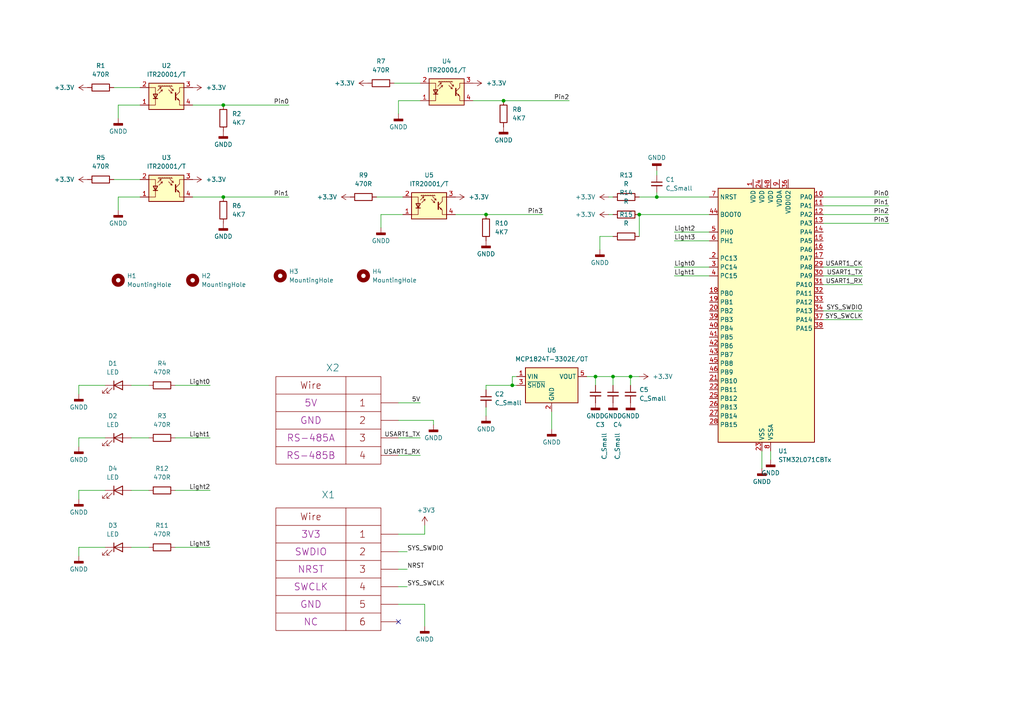
<source format=kicad_sch>
(kicad_sch (version 20230121) (generator eeschema)

  (uuid 7466bf9a-b01f-472c-b4f7-1d6a9af658a7)

  (paper "A4")

  (lib_symbols
    (symbol "Device:C_Small" (pin_numbers hide) (pin_names (offset 0.254) hide) (in_bom yes) (on_board yes)
      (property "Reference" "C" (at 0.254 1.778 0)
        (effects (font (size 1.27 1.27)) (justify left))
      )
      (property "Value" "C_Small" (at 0.254 -2.032 0)
        (effects (font (size 1.27 1.27)) (justify left))
      )
      (property "Footprint" "" (at 0 0 0)
        (effects (font (size 1.27 1.27)) hide)
      )
      (property "Datasheet" "~" (at 0 0 0)
        (effects (font (size 1.27 1.27)) hide)
      )
      (property "ki_keywords" "capacitor cap" (at 0 0 0)
        (effects (font (size 1.27 1.27)) hide)
      )
      (property "ki_description" "Unpolarized capacitor, small symbol" (at 0 0 0)
        (effects (font (size 1.27 1.27)) hide)
      )
      (property "ki_fp_filters" "C_*" (at 0 0 0)
        (effects (font (size 1.27 1.27)) hide)
      )
      (symbol "C_Small_0_1"
        (polyline
          (pts
            (xy -1.524 -0.508)
            (xy 1.524 -0.508)
          )
          (stroke (width 0.3302) (type default))
          (fill (type none))
        )
        (polyline
          (pts
            (xy -1.524 0.508)
            (xy 1.524 0.508)
          )
          (stroke (width 0.3048) (type default))
          (fill (type none))
        )
      )
      (symbol "C_Small_1_1"
        (pin passive line (at 0 2.54 270) (length 2.032)
          (name "~" (effects (font (size 1.27 1.27))))
          (number "1" (effects (font (size 1.27 1.27))))
        )
        (pin passive line (at 0 -2.54 90) (length 2.032)
          (name "~" (effects (font (size 1.27 1.27))))
          (number "2" (effects (font (size 1.27 1.27))))
        )
      )
    )
    (symbol "Device:LED" (pin_numbers hide) (pin_names (offset 1.016) hide) (in_bom yes) (on_board yes)
      (property "Reference" "D" (at 0 2.54 0)
        (effects (font (size 1.27 1.27)))
      )
      (property "Value" "LED" (at 0 -2.54 0)
        (effects (font (size 1.27 1.27)))
      )
      (property "Footprint" "" (at 0 0 0)
        (effects (font (size 1.27 1.27)) hide)
      )
      (property "Datasheet" "~" (at 0 0 0)
        (effects (font (size 1.27 1.27)) hide)
      )
      (property "ki_keywords" "LED diode" (at 0 0 0)
        (effects (font (size 1.27 1.27)) hide)
      )
      (property "ki_description" "Light emitting diode" (at 0 0 0)
        (effects (font (size 1.27 1.27)) hide)
      )
      (property "ki_fp_filters" "LED* LED_SMD:* LED_THT:*" (at 0 0 0)
        (effects (font (size 1.27 1.27)) hide)
      )
      (symbol "LED_0_1"
        (polyline
          (pts
            (xy -1.27 -1.27)
            (xy -1.27 1.27)
          )
          (stroke (width 0.254) (type default))
          (fill (type none))
        )
        (polyline
          (pts
            (xy -1.27 0)
            (xy 1.27 0)
          )
          (stroke (width 0) (type default))
          (fill (type none))
        )
        (polyline
          (pts
            (xy 1.27 -1.27)
            (xy 1.27 1.27)
            (xy -1.27 0)
            (xy 1.27 -1.27)
          )
          (stroke (width 0.254) (type default))
          (fill (type none))
        )
        (polyline
          (pts
            (xy -3.048 -0.762)
            (xy -4.572 -2.286)
            (xy -3.81 -2.286)
            (xy -4.572 -2.286)
            (xy -4.572 -1.524)
          )
          (stroke (width 0) (type default))
          (fill (type none))
        )
        (polyline
          (pts
            (xy -1.778 -0.762)
            (xy -3.302 -2.286)
            (xy -2.54 -2.286)
            (xy -3.302 -2.286)
            (xy -3.302 -1.524)
          )
          (stroke (width 0) (type default))
          (fill (type none))
        )
      )
      (symbol "LED_1_1"
        (pin passive line (at -3.81 0 0) (length 2.54)
          (name "K" (effects (font (size 1.27 1.27))))
          (number "1" (effects (font (size 1.27 1.27))))
        )
        (pin passive line (at 3.81 0 180) (length 2.54)
          (name "A" (effects (font (size 1.27 1.27))))
          (number "2" (effects (font (size 1.27 1.27))))
        )
      )
    )
    (symbol "Device:R" (pin_numbers hide) (pin_names (offset 0)) (in_bom yes) (on_board yes)
      (property "Reference" "R" (at 2.032 0 90)
        (effects (font (size 1.27 1.27)))
      )
      (property "Value" "R" (at 0 0 90)
        (effects (font (size 1.27 1.27)))
      )
      (property "Footprint" "" (at -1.778 0 90)
        (effects (font (size 1.27 1.27)) hide)
      )
      (property "Datasheet" "~" (at 0 0 0)
        (effects (font (size 1.27 1.27)) hide)
      )
      (property "ki_keywords" "R res resistor" (at 0 0 0)
        (effects (font (size 1.27 1.27)) hide)
      )
      (property "ki_description" "Resistor" (at 0 0 0)
        (effects (font (size 1.27 1.27)) hide)
      )
      (property "ki_fp_filters" "R_*" (at 0 0 0)
        (effects (font (size 1.27 1.27)) hide)
      )
      (symbol "R_0_1"
        (rectangle (start -1.016 -2.54) (end 1.016 2.54)
          (stroke (width 0.254) (type default))
          (fill (type none))
        )
      )
      (symbol "R_1_1"
        (pin passive line (at 0 3.81 270) (length 1.27)
          (name "~" (effects (font (size 1.27 1.27))))
          (number "1" (effects (font (size 1.27 1.27))))
        )
        (pin passive line (at 0 -3.81 90) (length 1.27)
          (name "~" (effects (font (size 1.27 1.27))))
          (number "2" (effects (font (size 1.27 1.27))))
        )
      )
    )
    (symbol "MCU_ST_STM32L0:STM32L071CBTx" (in_bom yes) (on_board yes)
      (property "Reference" "U" (at -12.7 39.37 0)
        (effects (font (size 1.27 1.27)) (justify left))
      )
      (property "Value" "STM32L071CBTx" (at 10.16 39.37 0)
        (effects (font (size 1.27 1.27)) (justify left))
      )
      (property "Footprint" "Package_QFP:LQFP-48_7x7mm_P0.5mm" (at -12.7 -35.56 0)
        (effects (font (size 1.27 1.27)) (justify right) hide)
      )
      (property "Datasheet" "https://www.st.com/resource/en/datasheet/stm32l071cb.pdf" (at 0 0 0)
        (effects (font (size 1.27 1.27)) hide)
      )
      (property "ki_locked" "" (at 0 0 0)
        (effects (font (size 1.27 1.27)))
      )
      (property "ki_keywords" "Arm Cortex-M0+ STM32L0 STM32L0x1" (at 0 0 0)
        (effects (font (size 1.27 1.27)) hide)
      )
      (property "ki_description" "STMicroelectronics Arm Cortex-M0+ MCU, 128KB flash, 20KB RAM, 32 MHz, 1.65-3.6V, 37 GPIO, LQFP48" (at 0 0 0)
        (effects (font (size 1.27 1.27)) hide)
      )
      (property "ki_fp_filters" "LQFP*7x7mm*P0.5mm*" (at 0 0 0)
        (effects (font (size 1.27 1.27)) hide)
      )
      (symbol "STM32L071CBTx_0_1"
        (rectangle (start -12.7 -35.56) (end 15.24 38.1)
          (stroke (width 0.254) (type default))
          (fill (type background))
        )
      )
      (symbol "STM32L071CBTx_1_1"
        (pin power_in line (at -2.54 40.64 270) (length 2.54)
          (name "VDD" (effects (font (size 1.27 1.27))))
          (number "1" (effects (font (size 1.27 1.27))))
        )
        (pin bidirectional line (at 17.78 35.56 180) (length 2.54)
          (name "PA0" (effects (font (size 1.27 1.27))))
          (number "10" (effects (font (size 1.27 1.27))))
          (alternate "ADC_IN0" bidirectional line)
          (alternate "COMP1_INM" bidirectional line)
          (alternate "COMP1_OUT" bidirectional line)
          (alternate "RTC_TAMP2" bidirectional line)
          (alternate "SYS_WKUP1" bidirectional line)
          (alternate "TIM2_CH1" bidirectional line)
          (alternate "TIM2_ETR" bidirectional line)
          (alternate "USART2_CTS" bidirectional line)
          (alternate "USART4_TX" bidirectional line)
        )
        (pin bidirectional line (at 17.78 33.02 180) (length 2.54)
          (name "PA1" (effects (font (size 1.27 1.27))))
          (number "11" (effects (font (size 1.27 1.27))))
          (alternate "ADC_IN1" bidirectional line)
          (alternate "COMP1_INP" bidirectional line)
          (alternate "TIM21_ETR" bidirectional line)
          (alternate "TIM2_CH2" bidirectional line)
          (alternate "USART2_DE" bidirectional line)
          (alternate "USART2_RTS" bidirectional line)
          (alternate "USART4_RX" bidirectional line)
        )
        (pin bidirectional line (at 17.78 30.48 180) (length 2.54)
          (name "PA2" (effects (font (size 1.27 1.27))))
          (number "12" (effects (font (size 1.27 1.27))))
          (alternate "ADC_IN2" bidirectional line)
          (alternate "COMP2_INM" bidirectional line)
          (alternate "COMP2_OUT" bidirectional line)
          (alternate "LPUART1_TX" bidirectional line)
          (alternate "TIM21_CH1" bidirectional line)
          (alternate "TIM2_CH3" bidirectional line)
          (alternate "USART2_TX" bidirectional line)
        )
        (pin bidirectional line (at 17.78 27.94 180) (length 2.54)
          (name "PA3" (effects (font (size 1.27 1.27))))
          (number "13" (effects (font (size 1.27 1.27))))
          (alternate "ADC_IN3" bidirectional line)
          (alternate "COMP2_INP" bidirectional line)
          (alternate "LPUART1_RX" bidirectional line)
          (alternate "TIM21_CH2" bidirectional line)
          (alternate "TIM2_CH4" bidirectional line)
          (alternate "USART2_RX" bidirectional line)
        )
        (pin bidirectional line (at 17.78 25.4 180) (length 2.54)
          (name "PA4" (effects (font (size 1.27 1.27))))
          (number "14" (effects (font (size 1.27 1.27))))
          (alternate "ADC_IN4" bidirectional line)
          (alternate "COMP1_INM" bidirectional line)
          (alternate "COMP2_INM" bidirectional line)
          (alternate "SPI1_NSS" bidirectional line)
          (alternate "TIM22_ETR" bidirectional line)
          (alternate "USART2_CK" bidirectional line)
        )
        (pin bidirectional line (at 17.78 22.86 180) (length 2.54)
          (name "PA5" (effects (font (size 1.27 1.27))))
          (number "15" (effects (font (size 1.27 1.27))))
          (alternate "ADC_IN5" bidirectional line)
          (alternate "COMP1_INM" bidirectional line)
          (alternate "COMP2_INM" bidirectional line)
          (alternate "SPI1_SCK" bidirectional line)
          (alternate "TIM2_CH1" bidirectional line)
          (alternate "TIM2_ETR" bidirectional line)
        )
        (pin bidirectional line (at 17.78 20.32 180) (length 2.54)
          (name "PA6" (effects (font (size 1.27 1.27))))
          (number "16" (effects (font (size 1.27 1.27))))
          (alternate "ADC_IN6" bidirectional line)
          (alternate "COMP1_OUT" bidirectional line)
          (alternate "LPUART1_CTS" bidirectional line)
          (alternate "SPI1_MISO" bidirectional line)
          (alternate "TIM22_CH1" bidirectional line)
          (alternate "TIM3_CH1" bidirectional line)
        )
        (pin bidirectional line (at 17.78 17.78 180) (length 2.54)
          (name "PA7" (effects (font (size 1.27 1.27))))
          (number "17" (effects (font (size 1.27 1.27))))
          (alternate "ADC_IN7" bidirectional line)
          (alternate "COMP2_OUT" bidirectional line)
          (alternate "SPI1_MOSI" bidirectional line)
          (alternate "TIM22_CH2" bidirectional line)
          (alternate "TIM3_CH2" bidirectional line)
        )
        (pin bidirectional line (at -15.24 7.62 0) (length 2.54)
          (name "PB0" (effects (font (size 1.27 1.27))))
          (number "18" (effects (font (size 1.27 1.27))))
          (alternate "ADC_IN8" bidirectional line)
          (alternate "SYS_VREF_OUT_PB0" bidirectional line)
          (alternate "TIM3_CH3" bidirectional line)
        )
        (pin bidirectional line (at -15.24 5.08 0) (length 2.54)
          (name "PB1" (effects (font (size 1.27 1.27))))
          (number "19" (effects (font (size 1.27 1.27))))
          (alternate "ADC_IN9" bidirectional line)
          (alternate "LPUART1_DE" bidirectional line)
          (alternate "LPUART1_RTS" bidirectional line)
          (alternate "SYS_VREF_OUT_PB1" bidirectional line)
          (alternate "TIM3_CH4" bidirectional line)
        )
        (pin bidirectional line (at -15.24 17.78 0) (length 2.54)
          (name "PC13" (effects (font (size 1.27 1.27))))
          (number "2" (effects (font (size 1.27 1.27))))
          (alternate "RTC_OUT_ALARM" bidirectional line)
          (alternate "RTC_OUT_CALIB" bidirectional line)
          (alternate "RTC_TAMP1" bidirectional line)
          (alternate "RTC_TS" bidirectional line)
          (alternate "SYS_WKUP2" bidirectional line)
        )
        (pin bidirectional line (at -15.24 2.54 0) (length 2.54)
          (name "PB2" (effects (font (size 1.27 1.27))))
          (number "20" (effects (font (size 1.27 1.27))))
          (alternate "I2C3_SMBA" bidirectional line)
          (alternate "LPTIM1_OUT" bidirectional line)
        )
        (pin bidirectional line (at -15.24 -17.78 0) (length 2.54)
          (name "PB10" (effects (font (size 1.27 1.27))))
          (number "21" (effects (font (size 1.27 1.27))))
          (alternate "I2C2_SCL" bidirectional line)
          (alternate "LPUART1_RX" bidirectional line)
          (alternate "LPUART1_TX" bidirectional line)
          (alternate "SPI2_SCK" bidirectional line)
          (alternate "TIM2_CH3" bidirectional line)
        )
        (pin bidirectional line (at -15.24 -20.32 0) (length 2.54)
          (name "PB11" (effects (font (size 1.27 1.27))))
          (number "22" (effects (font (size 1.27 1.27))))
          (alternate "ADC_EXTI11" bidirectional line)
          (alternate "I2C2_SDA" bidirectional line)
          (alternate "LPUART1_RX" bidirectional line)
          (alternate "LPUART1_TX" bidirectional line)
          (alternate "TIM2_CH4" bidirectional line)
        )
        (pin power_in line (at 0 -38.1 90) (length 2.54)
          (name "VSS" (effects (font (size 1.27 1.27))))
          (number "23" (effects (font (size 1.27 1.27))))
        )
        (pin power_in line (at 0 40.64 270) (length 2.54)
          (name "VDD" (effects (font (size 1.27 1.27))))
          (number "24" (effects (font (size 1.27 1.27))))
        )
        (pin bidirectional line (at -15.24 -22.86 0) (length 2.54)
          (name "PB12" (effects (font (size 1.27 1.27))))
          (number "25" (effects (font (size 1.27 1.27))))
          (alternate "I2S2_WS" bidirectional line)
          (alternate "LPUART1_DE" bidirectional line)
          (alternate "LPUART1_RTS" bidirectional line)
          (alternate "SPI2_NSS" bidirectional line)
        )
        (pin bidirectional line (at -15.24 -25.4 0) (length 2.54)
          (name "PB13" (effects (font (size 1.27 1.27))))
          (number "26" (effects (font (size 1.27 1.27))))
          (alternate "I2C2_SCL" bidirectional line)
          (alternate "I2S2_CK" bidirectional line)
          (alternate "LPUART1_CTS" bidirectional line)
          (alternate "RCC_MCO" bidirectional line)
          (alternate "SPI2_SCK" bidirectional line)
          (alternate "TIM21_CH1" bidirectional line)
        )
        (pin bidirectional line (at -15.24 -27.94 0) (length 2.54)
          (name "PB14" (effects (font (size 1.27 1.27))))
          (number "27" (effects (font (size 1.27 1.27))))
          (alternate "I2C2_SDA" bidirectional line)
          (alternate "I2S2_MCK" bidirectional line)
          (alternate "LPUART1_DE" bidirectional line)
          (alternate "LPUART1_RTS" bidirectional line)
          (alternate "RTC_OUT_ALARM" bidirectional line)
          (alternate "RTC_OUT_CALIB" bidirectional line)
          (alternate "SPI2_MISO" bidirectional line)
          (alternate "TIM21_CH2" bidirectional line)
        )
        (pin bidirectional line (at -15.24 -30.48 0) (length 2.54)
          (name "PB15" (effects (font (size 1.27 1.27))))
          (number "28" (effects (font (size 1.27 1.27))))
          (alternate "I2S2_SD" bidirectional line)
          (alternate "RTC_REFIN" bidirectional line)
          (alternate "SPI2_MOSI" bidirectional line)
        )
        (pin bidirectional line (at 17.78 15.24 180) (length 2.54)
          (name "PA8" (effects (font (size 1.27 1.27))))
          (number "29" (effects (font (size 1.27 1.27))))
          (alternate "I2C3_SCL" bidirectional line)
          (alternate "RCC_MCO" bidirectional line)
          (alternate "USART1_CK" bidirectional line)
        )
        (pin bidirectional line (at -15.24 15.24 0) (length 2.54)
          (name "PC14" (effects (font (size 1.27 1.27))))
          (number "3" (effects (font (size 1.27 1.27))))
          (alternate "RCC_OSC32_IN" bidirectional line)
        )
        (pin bidirectional line (at 17.78 12.7 180) (length 2.54)
          (name "PA9" (effects (font (size 1.27 1.27))))
          (number "30" (effects (font (size 1.27 1.27))))
          (alternate "I2C1_SCL" bidirectional line)
          (alternate "I2C3_SMBA" bidirectional line)
          (alternate "RCC_MCO" bidirectional line)
          (alternate "USART1_TX" bidirectional line)
        )
        (pin bidirectional line (at 17.78 10.16 180) (length 2.54)
          (name "PA10" (effects (font (size 1.27 1.27))))
          (number "31" (effects (font (size 1.27 1.27))))
          (alternate "I2C1_SDA" bidirectional line)
          (alternate "USART1_RX" bidirectional line)
        )
        (pin bidirectional line (at 17.78 7.62 180) (length 2.54)
          (name "PA11" (effects (font (size 1.27 1.27))))
          (number "32" (effects (font (size 1.27 1.27))))
          (alternate "ADC_EXTI11" bidirectional line)
          (alternate "COMP1_OUT" bidirectional line)
          (alternate "SPI1_MISO" bidirectional line)
          (alternate "USART1_CTS" bidirectional line)
        )
        (pin bidirectional line (at 17.78 5.08 180) (length 2.54)
          (name "PA12" (effects (font (size 1.27 1.27))))
          (number "33" (effects (font (size 1.27 1.27))))
          (alternate "COMP2_OUT" bidirectional line)
          (alternate "SPI1_MOSI" bidirectional line)
          (alternate "USART1_DE" bidirectional line)
          (alternate "USART1_RTS" bidirectional line)
        )
        (pin bidirectional line (at 17.78 2.54 180) (length 2.54)
          (name "PA13" (effects (font (size 1.27 1.27))))
          (number "34" (effects (font (size 1.27 1.27))))
          (alternate "LPUART1_RX" bidirectional line)
          (alternate "SYS_SWDIO" bidirectional line)
        )
        (pin passive line (at 0 -38.1 90) (length 2.54) hide
          (name "VSS" (effects (font (size 1.27 1.27))))
          (number "35" (effects (font (size 1.27 1.27))))
        )
        (pin power_in line (at 7.62 40.64 270) (length 2.54)
          (name "VDDIO2" (effects (font (size 1.27 1.27))))
          (number "36" (effects (font (size 1.27 1.27))))
        )
        (pin bidirectional line (at 17.78 0 180) (length 2.54)
          (name "PA14" (effects (font (size 1.27 1.27))))
          (number "37" (effects (font (size 1.27 1.27))))
          (alternate "LPUART1_TX" bidirectional line)
          (alternate "SYS_SWCLK" bidirectional line)
          (alternate "USART2_TX" bidirectional line)
        )
        (pin bidirectional line (at 17.78 -2.54 180) (length 2.54)
          (name "PA15" (effects (font (size 1.27 1.27))))
          (number "38" (effects (font (size 1.27 1.27))))
          (alternate "SPI1_NSS" bidirectional line)
          (alternate "TIM2_CH1" bidirectional line)
          (alternate "TIM2_ETR" bidirectional line)
          (alternate "USART2_RX" bidirectional line)
          (alternate "USART4_DE" bidirectional line)
          (alternate "USART4_RTS" bidirectional line)
        )
        (pin bidirectional line (at -15.24 0 0) (length 2.54)
          (name "PB3" (effects (font (size 1.27 1.27))))
          (number "39" (effects (font (size 1.27 1.27))))
          (alternate "COMP2_INM" bidirectional line)
          (alternate "SPI1_SCK" bidirectional line)
          (alternate "TIM2_CH2" bidirectional line)
          (alternate "USART1_DE" bidirectional line)
          (alternate "USART1_RTS" bidirectional line)
          (alternate "USART5_TX" bidirectional line)
        )
        (pin bidirectional line (at -15.24 12.7 0) (length 2.54)
          (name "PC15" (effects (font (size 1.27 1.27))))
          (number "4" (effects (font (size 1.27 1.27))))
          (alternate "RCC_OSC32_OUT" bidirectional line)
        )
        (pin bidirectional line (at -15.24 -2.54 0) (length 2.54)
          (name "PB4" (effects (font (size 1.27 1.27))))
          (number "40" (effects (font (size 1.27 1.27))))
          (alternate "COMP2_INP" bidirectional line)
          (alternate "I2C3_SDA" bidirectional line)
          (alternate "SPI1_MISO" bidirectional line)
          (alternate "TIM22_CH1" bidirectional line)
          (alternate "TIM3_CH1" bidirectional line)
          (alternate "USART1_CTS" bidirectional line)
          (alternate "USART5_RX" bidirectional line)
        )
        (pin bidirectional line (at -15.24 -5.08 0) (length 2.54)
          (name "PB5" (effects (font (size 1.27 1.27))))
          (number "41" (effects (font (size 1.27 1.27))))
          (alternate "COMP2_INP" bidirectional line)
          (alternate "I2C1_SMBA" bidirectional line)
          (alternate "LPTIM1_IN1" bidirectional line)
          (alternate "SPI1_MOSI" bidirectional line)
          (alternate "TIM22_CH2" bidirectional line)
          (alternate "TIM3_CH2" bidirectional line)
          (alternate "USART1_CK" bidirectional line)
          (alternate "USART5_CK" bidirectional line)
          (alternate "USART5_DE" bidirectional line)
          (alternate "USART5_RTS" bidirectional line)
        )
        (pin bidirectional line (at -15.24 -7.62 0) (length 2.54)
          (name "PB6" (effects (font (size 1.27 1.27))))
          (number "42" (effects (font (size 1.27 1.27))))
          (alternate "COMP2_INP" bidirectional line)
          (alternate "I2C1_SCL" bidirectional line)
          (alternate "LPTIM1_ETR" bidirectional line)
          (alternate "USART1_TX" bidirectional line)
        )
        (pin bidirectional line (at -15.24 -10.16 0) (length 2.54)
          (name "PB7" (effects (font (size 1.27 1.27))))
          (number "43" (effects (font (size 1.27 1.27))))
          (alternate "COMP2_INP" bidirectional line)
          (alternate "I2C1_SDA" bidirectional line)
          (alternate "LPTIM1_IN2" bidirectional line)
          (alternate "SYS_PVD_IN" bidirectional line)
          (alternate "USART1_RX" bidirectional line)
          (alternate "USART4_CTS" bidirectional line)
        )
        (pin input line (at -15.24 30.48 0) (length 2.54)
          (name "BOOT0" (effects (font (size 1.27 1.27))))
          (number "44" (effects (font (size 1.27 1.27))))
        )
        (pin bidirectional line (at -15.24 -12.7 0) (length 2.54)
          (name "PB8" (effects (font (size 1.27 1.27))))
          (number "45" (effects (font (size 1.27 1.27))))
          (alternate "I2C1_SCL" bidirectional line)
        )
        (pin bidirectional line (at -15.24 -15.24 0) (length 2.54)
          (name "PB9" (effects (font (size 1.27 1.27))))
          (number "46" (effects (font (size 1.27 1.27))))
          (alternate "I2C1_SDA" bidirectional line)
          (alternate "I2S2_WS" bidirectional line)
          (alternate "SPI2_NSS" bidirectional line)
        )
        (pin passive line (at 0 -38.1 90) (length 2.54) hide
          (name "VSS" (effects (font (size 1.27 1.27))))
          (number "47" (effects (font (size 1.27 1.27))))
        )
        (pin power_in line (at 2.54 40.64 270) (length 2.54)
          (name "VDD" (effects (font (size 1.27 1.27))))
          (number "48" (effects (font (size 1.27 1.27))))
        )
        (pin bidirectional line (at -15.24 25.4 0) (length 2.54)
          (name "PH0" (effects (font (size 1.27 1.27))))
          (number "5" (effects (font (size 1.27 1.27))))
          (alternate "RCC_OSC_IN" bidirectional line)
        )
        (pin bidirectional line (at -15.24 22.86 0) (length 2.54)
          (name "PH1" (effects (font (size 1.27 1.27))))
          (number "6" (effects (font (size 1.27 1.27))))
          (alternate "RCC_OSC_OUT" bidirectional line)
        )
        (pin input line (at -15.24 35.56 0) (length 2.54)
          (name "NRST" (effects (font (size 1.27 1.27))))
          (number "7" (effects (font (size 1.27 1.27))))
        )
        (pin power_in line (at 2.54 -38.1 90) (length 2.54)
          (name "VSSA" (effects (font (size 1.27 1.27))))
          (number "8" (effects (font (size 1.27 1.27))))
        )
        (pin power_in line (at 5.08 40.64 270) (length 2.54)
          (name "VDDA" (effects (font (size 1.27 1.27))))
          (number "9" (effects (font (size 1.27 1.27))))
        )
      )
    )
    (symbol "Mechanical:MountingHole" (pin_names (offset 1.016)) (in_bom yes) (on_board yes)
      (property "Reference" "H" (at 0 5.08 0)
        (effects (font (size 1.27 1.27)))
      )
      (property "Value" "MountingHole" (at 0 3.175 0)
        (effects (font (size 1.27 1.27)))
      )
      (property "Footprint" "" (at 0 0 0)
        (effects (font (size 1.27 1.27)) hide)
      )
      (property "Datasheet" "~" (at 0 0 0)
        (effects (font (size 1.27 1.27)) hide)
      )
      (property "ki_keywords" "mounting hole" (at 0 0 0)
        (effects (font (size 1.27 1.27)) hide)
      )
      (property "ki_description" "Mounting Hole without connection" (at 0 0 0)
        (effects (font (size 1.27 1.27)) hide)
      )
      (property "ki_fp_filters" "MountingHole*" (at 0 0 0)
        (effects (font (size 1.27 1.27)) hide)
      )
      (symbol "MountingHole_0_1"
        (circle (center 0 0) (radius 1.27)
          (stroke (width 1.27) (type default))
          (fill (type none))
        )
      )
    )
    (symbol "Regulator_Linear:MCP1802x-xx02xOT" (in_bom yes) (on_board yes)
      (property "Reference" "U" (at -6.35 6.35 0)
        (effects (font (size 1.27 1.27)) (justify left))
      )
      (property "Value" "MCP1802x-xx02xOT" (at 0 6.35 0)
        (effects (font (size 1.27 1.27)) (justify left))
      )
      (property "Footprint" "Package_TO_SOT_SMD:SOT-23-5" (at -6.35 8.89 0)
        (effects (font (size 1.27 1.27) italic) (justify left) hide)
      )
      (property "Datasheet" "http://ww1.microchip.com/downloads/en/DeviceDoc/22053C.pdf" (at 0 -2.54 0)
        (effects (font (size 1.27 1.27)) hide)
      )
      (property "ki_keywords" "LDO Linear Voltage Regulator" (at 0 0 0)
        (effects (font (size 1.27 1.27)) hide)
      )
      (property "ki_description" "150mA, Tiny CMOS LDO With Shutdown, Fixed Voltage, SOT-23-5" (at 0 0 0)
        (effects (font (size 1.27 1.27)) hide)
      )
      (property "ki_fp_filters" "SOT?23*" (at 0 0 0)
        (effects (font (size 1.27 1.27)) hide)
      )
      (symbol "MCP1802x-xx02xOT_0_1"
        (rectangle (start -7.62 5.08) (end 7.62 -5.08)
          (stroke (width 0.254) (type default))
          (fill (type background))
        )
      )
      (symbol "MCP1802x-xx02xOT_1_1"
        (pin power_in line (at -10.16 2.54 0) (length 2.54)
          (name "VIN" (effects (font (size 1.27 1.27))))
          (number "1" (effects (font (size 1.27 1.27))))
        )
        (pin power_in line (at 0 -7.62 90) (length 2.54)
          (name "GND" (effects (font (size 1.27 1.27))))
          (number "2" (effects (font (size 1.27 1.27))))
        )
        (pin input line (at -10.16 0 0) (length 2.54)
          (name "~{SHDN}" (effects (font (size 1.27 1.27))))
          (number "3" (effects (font (size 1.27 1.27))))
        )
        (pin no_connect line (at 7.62 0 180) (length 2.54) hide
          (name "NC" (effects (font (size 1.27 1.27))))
          (number "4" (effects (font (size 1.27 1.27))))
        )
        (pin power_out line (at 10.16 2.54 180) (length 2.54)
          (name "VOUT" (effects (font (size 1.27 1.27))))
          (number "5" (effects (font (size 1.27 1.27))))
        )
      )
    )
    (symbol "Sensor_Proximity:ITR8307-F43" (pin_names (offset 0.0254) hide) (in_bom yes) (on_board yes)
      (property "Reference" "U" (at -3.81 5.08 0)
        (effects (font (size 1.27 1.27)))
      )
      (property "Value" "ITR8307-F43" (at 12.7 5.08 0)
        (effects (font (size 1.27 1.27)) (justify right))
      )
      (property "Footprint" "OptoDevice:Everlight_ITR8307F43" (at 0 -5.08 0)
        (effects (font (size 1.27 1.27)) hide)
      )
      (property "Datasheet" "https://everlighteurope.com/index.php?controller=attachment&id_attachment=5385" (at 0 2.54 0)
        (effects (font (size 1.27 1.27)) hide)
      )
      (property "ki_keywords" "Reflective Optical Sensor Opto" (at 0 0 0)
        (effects (font (size 1.27 1.27)) hide)
      )
      (property "ki_description" "Subminiature Reflective Optical Sensor, DIP-like THT-package" (at 0 0 0)
        (effects (font (size 1.27 1.27)) hide)
      )
      (property "ki_fp_filters" "Everlight*ITR8307F43*" (at 0 0 0)
        (effects (font (size 1.27 1.27)) hide)
      )
      (symbol "ITR8307-F43_0_1"
        (polyline
          (pts
            (xy -3.81 -0.635)
            (xy -2.54 -0.635)
          )
          (stroke (width 0.254) (type default))
          (fill (type none))
        )
        (polyline
          (pts
            (xy -2.286 2.921)
            (xy -2.032 3.175)
          )
          (stroke (width 0) (type default))
          (fill (type none))
        )
        (polyline
          (pts
            (xy -1.778 2.921)
            (xy -1.524 3.175)
          )
          (stroke (width 0) (type default))
          (fill (type none))
        )
        (polyline
          (pts
            (xy -1.524 2.667)
            (xy -1.651 2.159)
          )
          (stroke (width 0) (type default))
          (fill (type none))
        )
        (polyline
          (pts
            (xy -1.27 2.921)
            (xy -1.016 3.175)
          )
          (stroke (width 0) (type default))
          (fill (type none))
        )
        (polyline
          (pts
            (xy -1.143 1.905)
            (xy -1.27 1.397)
          )
          (stroke (width 0) (type default))
          (fill (type none))
        )
        (polyline
          (pts
            (xy -0.762 2.921)
            (xy -0.508 3.175)
          )
          (stroke (width 0) (type default))
          (fill (type none))
        )
        (polyline
          (pts
            (xy -0.254 2.921)
            (xy 0 3.175)
          )
          (stroke (width 0) (type default))
          (fill (type none))
        )
        (polyline
          (pts
            (xy 0.254 2.921)
            (xy 0.508 3.175)
          )
          (stroke (width 0) (type default))
          (fill (type none))
        )
        (polyline
          (pts
            (xy 0.762 2.921)
            (xy 1.016 3.175)
          )
          (stroke (width 0) (type default))
          (fill (type none))
        )
        (polyline
          (pts
            (xy 1.27 2.921)
            (xy 1.524 3.175)
          )
          (stroke (width 0) (type default))
          (fill (type none))
        )
        (polyline
          (pts
            (xy 1.651 0.889)
            (xy 1.143 1.016)
          )
          (stroke (width 0) (type default))
          (fill (type none))
        )
        (polyline
          (pts
            (xy 1.778 2.921)
            (xy -2.413 2.921)
          )
          (stroke (width 0) (type default))
          (fill (type none))
        )
        (polyline
          (pts
            (xy 2.032 1.651)
            (xy 1.524 1.778)
          )
          (stroke (width 0) (type default))
          (fill (type none))
        )
        (polyline
          (pts
            (xy 2.667 -0.127)
            (xy 3.81 -1.27)
          )
          (stroke (width 0) (type default))
          (fill (type none))
        )
        (polyline
          (pts
            (xy 2.667 0.127)
            (xy 3.81 1.27)
          )
          (stroke (width 0) (type default))
          (fill (type none))
        )
        (polyline
          (pts
            (xy -2.54 1.651)
            (xy -1.524 2.667)
            (xy -2.032 2.54)
          )
          (stroke (width 0) (type default))
          (fill (type none))
        )
        (polyline
          (pts
            (xy -2.159 0.889)
            (xy -1.143 1.905)
            (xy -1.651 1.778)
          )
          (stroke (width 0) (type default))
          (fill (type none))
        )
        (polyline
          (pts
            (xy 0.635 1.905)
            (xy 1.651 0.889)
            (xy 1.524 1.397)
          )
          (stroke (width 0) (type default))
          (fill (type none))
        )
        (polyline
          (pts
            (xy 1.016 2.667)
            (xy 2.032 1.651)
            (xy 1.905 2.159)
          )
          (stroke (width 0) (type default))
          (fill (type none))
        )
        (polyline
          (pts
            (xy 2.667 1.016)
            (xy 2.667 -1.016)
            (xy 2.667 -1.016)
          )
          (stroke (width 0.3556) (type default))
          (fill (type none))
        )
        (polyline
          (pts
            (xy 3.81 -1.27)
            (xy 3.81 -2.54)
            (xy 5.08 -2.54)
          )
          (stroke (width 0) (type default))
          (fill (type none))
        )
        (polyline
          (pts
            (xy 3.81 1.27)
            (xy 3.81 2.54)
            (xy 5.08 2.54)
          )
          (stroke (width 0) (type default))
          (fill (type none))
        )
        (polyline
          (pts
            (xy -5.08 -2.54)
            (xy -3.175 -2.54)
            (xy -3.175 2.54)
            (xy -5.08 2.54)
          )
          (stroke (width 0) (type default))
          (fill (type none))
        )
        (polyline
          (pts
            (xy -3.175 -0.635)
            (xy -3.81 0.635)
            (xy -2.54 0.635)
            (xy -3.175 -0.635)
          )
          (stroke (width 0.254) (type default))
          (fill (type none))
        )
        (polyline
          (pts
            (xy 3.683 -1.143)
            (xy 3.429 -0.635)
            (xy 3.175 -0.889)
            (xy 3.683 -1.143)
          )
          (stroke (width 0) (type default))
          (fill (type none))
        )
        (polyline
          (pts
            (xy -5.08 -3.81)
            (xy 5.08 -3.81)
            (xy 5.08 3.81)
            (xy -5.08 3.81)
            (xy -5.08 -3.81)
          )
          (stroke (width 0.254) (type default))
          (fill (type background))
        )
      )
      (symbol "ITR8307-F43_1_1"
        (pin passive line (at -7.62 -2.54 0) (length 2.54)
          (name "K" (effects (font (size 1.27 1.27))))
          (number "1" (effects (font (size 1.27 1.27))))
        )
        (pin passive line (at -7.62 2.54 0) (length 2.54)
          (name "A" (effects (font (size 1.27 1.27))))
          (number "2" (effects (font (size 1.27 1.27))))
        )
        (pin open_collector line (at 7.62 2.54 180) (length 2.54)
          (name "C" (effects (font (size 1.27 1.27))))
          (number "3" (effects (font (size 1.27 1.27))))
        )
        (pin open_emitter line (at 7.62 -2.54 180) (length 2.54)
          (name "E" (effects (font (size 1.27 1.27))))
          (number "4" (effects (font (size 1.27 1.27))))
        )
      )
    )
    (symbol "archive:Connector_Generic_GOST_CONN_4" (pin_numbers hide) (pin_names (offset 0) hide) (in_bom yes) (on_board yes)
      (property "Reference" "X" (at 0 15.24 0)
        (effects (font (size 2.0066 2.0066)))
      )
      (property "Value" "Connector_Generic_GOST_CONN_4" (at 0 -15.24 0)
        (effects (font (size 2.0066 2.0066)) hide)
      )
      (property "Footprint" "" (at 15.24 15.24 0)
        (effects (font (size 2.0066 2.0066)) hide)
      )
      (property "Datasheet" "" (at 15.24 -15.24 0)
        (effects (font (size 2.0066 2.0066)) hide)
      )
      (property "PIN1" "1" (at -5.08 5.08 0)
        (effects (font (size 2.0066 2.0066)))
      )
      (property "PIN2" "2" (at -5.08 0 0)
        (effects (font (size 2.0066 2.0066)))
      )
      (property "PIN3" "3" (at -5.08 -5.08 0)
        (effects (font (size 2.0066 2.0066)))
      )
      (property "PIN4" "4" (at -5.08 -10.16 0)
        (effects (font (size 2.0066 2.0066)))
      )
      (property "ki_fp_filters" "Connector*:*" (at 0 0 0)
        (effects (font (size 1.27 1.27)) hide)
      )
      (symbol "Connector_Generic_GOST_CONN_4_0_0"
        (polyline
          (pts
            (xy -15.24 -7.62)
            (xy 15.24 -7.62)
          )
          (stroke (width 0) (type solid))
          (fill (type none))
        )
        (polyline
          (pts
            (xy -15.24 -2.54)
            (xy 15.24 -2.54)
          )
          (stroke (width 0) (type solid))
          (fill (type none))
        )
        (polyline
          (pts
            (xy -15.24 2.54)
            (xy 15.24 2.54)
          )
          (stroke (width 0) (type solid))
          (fill (type none))
        )
        (polyline
          (pts
            (xy -15.24 7.62)
            (xy 15.24 7.62)
          )
          (stroke (width 0) (type solid))
          (fill (type none))
        )
        (polyline
          (pts
            (xy 5.08 12.7)
            (xy 5.08 -12.7)
          )
          (stroke (width 0) (type solid))
          (fill (type none))
        )
        (rectangle (start 15.24 12.7) (end -15.24 -12.7)
          (stroke (width 0) (type solid))
          (fill (type none))
        )
      )
      (symbol "Connector_Generic_GOST_CONN_4_1_1"
        (text "1" (at 9.906 5.08 0)
          (effects (font (size 2.0066 2.0066)))
        )
        (text "2" (at 9.906 0 0)
          (effects (font (size 2.0066 2.0066)))
        )
        (text "3" (at 9.906 -5.08 0)
          (effects (font (size 2.0066 2.0066)))
        )
        (text "4" (at 9.906 -10.16 0)
          (effects (font (size 2.0066 2.0066)))
        )
        (text "Wire" (at -5.08 10.16 0)
          (effects (font (size 2.0066 2.0066)))
        )
        (pin passive line (at 20.32 5.08 180) (length 5.08)
          (name "1" (effects (font (size 2.0066 2.0066))))
          (number "1" (effects (font (size 2.0066 2.0066))))
        )
        (pin passive line (at 20.32 0 180) (length 5.08)
          (name "2" (effects (font (size 2.0066 2.0066))))
          (number "2" (effects (font (size 2.0066 2.0066))))
        )
        (pin passive line (at 20.32 -5.08 180) (length 5.08)
          (name "3" (effects (font (size 2.0066 2.0066))))
          (number "3" (effects (font (size 2.0066 2.0066))))
        )
        (pin passive line (at 20.32 -10.16 180) (length 5.08)
          (name "4" (effects (font (size 2.0066 2.0066))))
          (number "4" (effects (font (size 2.0066 2.0066))))
        )
      )
    )
    (symbol "archive:Connector_Generic_GOST_CONN_6" (pin_numbers hide) (pin_names (offset 0) hide) (in_bom yes) (on_board yes)
      (property "Reference" "X" (at 0 20.32 0)
        (effects (font (size 2.0066 2.0066)))
      )
      (property "Value" "Connector_Generic_GOST_CONN_6" (at 0 -20.32 0)
        (effects (font (size 2.0066 2.0066)) hide)
      )
      (property "Footprint" "" (at 15.24 20.32 0)
        (effects (font (size 2.0066 2.0066)) hide)
      )
      (property "Datasheet" "" (at 15.24 -20.32 0)
        (effects (font (size 2.0066 2.0066)) hide)
      )
      (property "PIN1" "1" (at -5.08 10.16 0)
        (effects (font (size 2.0066 2.0066)))
      )
      (property "PIN2" "2" (at -5.08 5.08 0)
        (effects (font (size 2.0066 2.0066)))
      )
      (property "PIN3" "3" (at -5.08 0 0)
        (effects (font (size 2.0066 2.0066)))
      )
      (property "PIN4" "4" (at -5.08 -5.08 0)
        (effects (font (size 2.0066 2.0066)))
      )
      (property "PIN5" "5" (at -5.08 -10.16 0)
        (effects (font (size 2.0066 2.0066)))
      )
      (property "PIN6" "6" (at -5.08 -15.24 0)
        (effects (font (size 2.0066 2.0066)))
      )
      (property "ki_fp_filters" "Connector*:*" (at 0 0 0)
        (effects (font (size 1.27 1.27)) hide)
      )
      (symbol "Connector_Generic_GOST_CONN_6_0_0"
        (polyline
          (pts
            (xy -15.24 -12.7)
            (xy 15.24 -12.7)
          )
          (stroke (width 0) (type solid))
          (fill (type none))
        )
        (polyline
          (pts
            (xy -15.24 -7.62)
            (xy 15.24 -7.62)
          )
          (stroke (width 0) (type solid))
          (fill (type none))
        )
        (polyline
          (pts
            (xy -15.24 -2.54)
            (xy 15.24 -2.54)
          )
          (stroke (width 0) (type solid))
          (fill (type none))
        )
        (polyline
          (pts
            (xy -15.24 2.54)
            (xy 15.24 2.54)
          )
          (stroke (width 0) (type solid))
          (fill (type none))
        )
        (polyline
          (pts
            (xy -15.24 7.62)
            (xy 15.24 7.62)
          )
          (stroke (width 0) (type solid))
          (fill (type none))
        )
        (polyline
          (pts
            (xy -15.24 12.7)
            (xy 15.24 12.7)
          )
          (stroke (width 0) (type solid))
          (fill (type none))
        )
        (polyline
          (pts
            (xy 5.08 17.78)
            (xy 5.08 -17.78)
          )
          (stroke (width 0) (type solid))
          (fill (type none))
        )
        (rectangle (start 15.24 17.78) (end -15.24 -17.78)
          (stroke (width 0) (type solid))
          (fill (type none))
        )
      )
      (symbol "Connector_Generic_GOST_CONN_6_1_1"
        (text "1" (at 9.906 10.16 0)
          (effects (font (size 2.0066 2.0066)))
        )
        (text "2" (at 9.906 5.08 0)
          (effects (font (size 2.0066 2.0066)))
        )
        (text "3" (at 9.906 0 0)
          (effects (font (size 2.0066 2.0066)))
        )
        (text "4" (at 9.906 -5.08 0)
          (effects (font (size 2.0066 2.0066)))
        )
        (text "5" (at 9.906 -10.16 0)
          (effects (font (size 2.0066 2.0066)))
        )
        (text "6" (at 9.906 -15.24 0)
          (effects (font (size 2.0066 2.0066)))
        )
        (text "Wire" (at -5.08 15.24 0)
          (effects (font (size 2.0066 2.0066)))
        )
        (pin passive line (at 20.32 10.16 180) (length 5.08)
          (name "1" (effects (font (size 2.0066 2.0066))))
          (number "1" (effects (font (size 2.0066 2.0066))))
        )
        (pin passive line (at 20.32 5.08 180) (length 5.08)
          (name "2" (effects (font (size 2.0066 2.0066))))
          (number "2" (effects (font (size 2.0066 2.0066))))
        )
        (pin passive line (at 20.32 0 180) (length 5.08)
          (name "3" (effects (font (size 2.0066 2.0066))))
          (number "3" (effects (font (size 2.0066 2.0066))))
        )
        (pin passive line (at 20.32 -5.08 180) (length 5.08)
          (name "4" (effects (font (size 2.0066 2.0066))))
          (number "4" (effects (font (size 2.0066 2.0066))))
        )
        (pin passive line (at 20.32 -10.16 180) (length 5.08)
          (name "5" (effects (font (size 2.0066 2.0066))))
          (number "5" (effects (font (size 2.0066 2.0066))))
        )
        (pin passive line (at 20.32 -15.24 180) (length 5.08)
          (name "6" (effects (font (size 2.0066 2.0066))))
          (number "6" (effects (font (size 2.0066 2.0066))))
        )
      )
    )
    (symbol "archive:Inclinometer-rescue_power_+3.3V-archive" (power) (pin_names (offset 0)) (in_bom yes) (on_board yes)
      (property "Reference" "#PWR" (at 0 -3.81 0)
        (effects (font (size 1.27 1.27)) hide)
      )
      (property "Value" "Inclinometer-rescue_power_+3.3V-archive" (at 0 3.556 0)
        (effects (font (size 1.27 1.27)))
      )
      (property "Footprint" "" (at 0 0 0)
        (effects (font (size 1.27 1.27)) hide)
      )
      (property "Datasheet" "" (at 0 0 0)
        (effects (font (size 1.27 1.27)) hide)
      )
      (symbol "Inclinometer-rescue_power_+3.3V-archive_0_1"
        (polyline
          (pts
            (xy -0.762 1.27)
            (xy 0 2.54)
          )
          (stroke (width 0) (type solid))
          (fill (type none))
        )
        (polyline
          (pts
            (xy 0 0)
            (xy 0 2.54)
          )
          (stroke (width 0) (type solid))
          (fill (type none))
        )
        (polyline
          (pts
            (xy 0 2.54)
            (xy 0.762 1.27)
          )
          (stroke (width 0) (type solid))
          (fill (type none))
        )
      )
      (symbol "Inclinometer-rescue_power_+3.3V-archive_1_1"
        (pin power_in line (at 0 0 90) (length 0) hide
          (name "+3V3" (effects (font (size 1.27 1.27))))
          (number "1" (effects (font (size 1.27 1.27))))
        )
      )
    )
    (symbol "power:+3.3V" (power) (pin_names (offset 0)) (in_bom yes) (on_board yes)
      (property "Reference" "#PWR" (at 0 -3.81 0)
        (effects (font (size 1.27 1.27)) hide)
      )
      (property "Value" "+3.3V" (at 0 3.556 0)
        (effects (font (size 1.27 1.27)))
      )
      (property "Footprint" "" (at 0 0 0)
        (effects (font (size 1.27 1.27)) hide)
      )
      (property "Datasheet" "" (at 0 0 0)
        (effects (font (size 1.27 1.27)) hide)
      )
      (property "ki_keywords" "global power" (at 0 0 0)
        (effects (font (size 1.27 1.27)) hide)
      )
      (property "ki_description" "Power symbol creates a global label with name \"+3.3V\"" (at 0 0 0)
        (effects (font (size 1.27 1.27)) hide)
      )
      (symbol "+3.3V_0_1"
        (polyline
          (pts
            (xy -0.762 1.27)
            (xy 0 2.54)
          )
          (stroke (width 0) (type default))
          (fill (type none))
        )
        (polyline
          (pts
            (xy 0 0)
            (xy 0 2.54)
          )
          (stroke (width 0) (type default))
          (fill (type none))
        )
        (polyline
          (pts
            (xy 0 2.54)
            (xy 0.762 1.27)
          )
          (stroke (width 0) (type default))
          (fill (type none))
        )
      )
      (symbol "+3.3V_1_1"
        (pin power_in line (at 0 0 90) (length 0) hide
          (name "+3.3V" (effects (font (size 1.27 1.27))))
          (number "1" (effects (font (size 1.27 1.27))))
        )
      )
    )
    (symbol "power:GNDD" (power) (pin_names (offset 0)) (in_bom yes) (on_board yes)
      (property "Reference" "#PWR" (at 0 -6.35 0)
        (effects (font (size 1.27 1.27)) hide)
      )
      (property "Value" "GNDD" (at 0 -3.175 0)
        (effects (font (size 1.27 1.27)))
      )
      (property "Footprint" "" (at 0 0 0)
        (effects (font (size 1.27 1.27)) hide)
      )
      (property "Datasheet" "" (at 0 0 0)
        (effects (font (size 1.27 1.27)) hide)
      )
      (property "ki_keywords" "global power" (at 0 0 0)
        (effects (font (size 1.27 1.27)) hide)
      )
      (property "ki_description" "Power symbol creates a global label with name \"GNDD\" , digital ground" (at 0 0 0)
        (effects (font (size 1.27 1.27)) hide)
      )
      (symbol "GNDD_0_1"
        (rectangle (start -1.27 -1.524) (end 1.27 -2.032)
          (stroke (width 0.254) (type default))
          (fill (type outline))
        )
        (polyline
          (pts
            (xy 0 0)
            (xy 0 -1.524)
          )
          (stroke (width 0) (type default))
          (fill (type none))
        )
      )
      (symbol "GNDD_1_1"
        (pin power_in line (at 0 0 270) (length 0) hide
          (name "GNDD" (effects (font (size 1.27 1.27))))
          (number "1" (effects (font (size 1.27 1.27))))
        )
      )
    )
  )

  (junction (at 182.88 109.22) (diameter 0) (color 0 0 0 0)
    (uuid 024484a9-301a-4881-9794-3fd1ee55112e)
  )
  (junction (at 64.77 30.48) (diameter 0) (color 0 0 0 0)
    (uuid 2c49e1dc-1b53-4cbd-98d5-4068762c46ae)
  )
  (junction (at 172.72 109.22) (diameter 0) (color 0 0 0 0)
    (uuid 332fc8ae-da22-40f8-b0bc-8bc94d683008)
  )
  (junction (at 146.05 29.21) (diameter 0) (color 0 0 0 0)
    (uuid 573f8c81-2018-460e-923e-f19c765c8bfa)
  )
  (junction (at 185.42 62.23) (diameter 0) (color 0 0 0 0)
    (uuid 91120390-1417-4056-99ec-e881e5633ed4)
  )
  (junction (at 177.8 109.22) (diameter 0) (color 0 0 0 0)
    (uuid c8afa97c-c8e9-4946-bc9c-62c51b69b1bf)
  )
  (junction (at 190.5 57.15) (diameter 0) (color 0 0 0 0)
    (uuid cadf674e-789a-41b9-b216-2d4e701d36a9)
  )
  (junction (at 64.77 57.15) (diameter 0) (color 0 0 0 0)
    (uuid d7167d11-ddd6-4528-ad20-ba5b44cf777c)
  )
  (junction (at 148.59 111.76) (diameter 0) (color 0 0 0 0)
    (uuid e0f710b2-e434-4fe3-b5dd-7b0c3c940af1)
  )
  (junction (at 140.97 62.23) (diameter 0) (color 0 0 0 0)
    (uuid ee369dab-9c24-441b-95e3-e33b67272170)
  )

  (no_connect (at 115.57 180.34) (uuid 42439e02-dd00-43a7-875c-6617710c3312))

  (wire (pts (xy 121.92 29.21) (xy 115.57 29.21))
    (stroke (width 0) (type default))
    (uuid 0069088a-9561-4499-8ab5-4c282e99b1fc)
  )
  (wire (pts (xy 114.3 24.13) (xy 121.92 24.13))
    (stroke (width 0) (type default))
    (uuid 011be79b-fe26-4c7b-9bfe-6f9f1ad8d830)
  )
  (wire (pts (xy 190.5 49.53) (xy 190.5 50.8))
    (stroke (width 0) (type default))
    (uuid 032685d1-5815-4698-829c-a32958fd19ee)
  )
  (wire (pts (xy 34.29 57.15) (xy 34.29 60.96))
    (stroke (width 0) (type default))
    (uuid 034d36f3-cffe-4bce-8680-e5d8c26c2045)
  )
  (wire (pts (xy 22.86 158.75) (xy 30.48 158.75))
    (stroke (width 0) (type default))
    (uuid 09b0b636-d47e-4cdd-864a-283c336cc4fd)
  )
  (wire (pts (xy 223.52 133.35) (xy 223.52 130.81))
    (stroke (width 0) (type default))
    (uuid 0a38e96b-e5e5-46d6-8cbe-ce9cd1533c56)
  )
  (wire (pts (xy 116.84 62.23) (xy 110.49 62.23))
    (stroke (width 0) (type default))
    (uuid 10f45ffe-5bef-4e7f-b801-0e5cfefc0558)
  )
  (wire (pts (xy 64.77 57.15) (xy 55.88 57.15))
    (stroke (width 0) (type default))
    (uuid 16ce3c7f-25cd-4267-aa5a-423309b12477)
  )
  (wire (pts (xy 140.97 113.03) (xy 140.97 111.76))
    (stroke (width 0) (type default))
    (uuid 1a73a530-4c9c-4f1b-a308-1a541c9ebe61)
  )
  (wire (pts (xy 40.64 30.48) (xy 34.29 30.48))
    (stroke (width 0) (type default))
    (uuid 223cad2a-12d7-45ef-9be7-e87098a39694)
  )
  (wire (pts (xy 115.57 29.21) (xy 115.57 33.02))
    (stroke (width 0) (type default))
    (uuid 246b9aa8-fd3a-4f1c-802e-cf11cb405580)
  )
  (wire (pts (xy 238.76 77.47) (xy 250.19 77.47))
    (stroke (width 0) (type default))
    (uuid 285e42cf-da9d-467c-ab70-fb0f37a1110a)
  )
  (wire (pts (xy 22.86 127) (xy 30.48 127))
    (stroke (width 0) (type default))
    (uuid 2b13b570-9857-4920-8d1b-42aadba2d927)
  )
  (wire (pts (xy 115.57 132.08) (xy 121.92 132.08))
    (stroke (width 0) (type default))
    (uuid 2bb01c6c-72bc-4535-bbfe-f97d9fff8e13)
  )
  (wire (pts (xy 140.97 120.65) (xy 140.97 118.11))
    (stroke (width 0) (type default))
    (uuid 3921f280-c6e8-4f46-b397-0a9ffdf19336)
  )
  (wire (pts (xy 60.96 158.75) (xy 50.8 158.75))
    (stroke (width 0) (type default))
    (uuid 398ecf94-a229-48b2-a28f-2d911e9b8044)
  )
  (wire (pts (xy 60.96 111.76) (xy 50.8 111.76))
    (stroke (width 0) (type default))
    (uuid 3e01ac56-d763-49b4-a736-5eaf6125db1a)
  )
  (wire (pts (xy 110.49 62.23) (xy 110.49 66.04))
    (stroke (width 0) (type default))
    (uuid 3e5e8a6a-cbbc-4c95-af45-13ad2790a239)
  )
  (wire (pts (xy 38.1 111.76) (xy 43.18 111.76))
    (stroke (width 0) (type default))
    (uuid 417b814d-cde3-4844-8085-1e3218a77391)
  )
  (wire (pts (xy 22.86 111.76) (xy 30.48 111.76))
    (stroke (width 0) (type default))
    (uuid 44658d31-e49f-4a53-a5d8-711795f924dd)
  )
  (wire (pts (xy 50.8 142.24) (xy 60.96 142.24))
    (stroke (width 0) (type default))
    (uuid 461fff74-ed80-428e-b40b-3d645c2870fd)
  )
  (wire (pts (xy 173.99 72.39) (xy 173.99 68.58))
    (stroke (width 0) (type default))
    (uuid 48449fc6-ea97-4392-b777-7311c6b1ccad)
  )
  (wire (pts (xy 238.76 92.71) (xy 250.19 92.71))
    (stroke (width 0) (type default))
    (uuid 4c632b1c-d6c4-4d4a-922a-fd04a922b5cb)
  )
  (wire (pts (xy 177.8 109.22) (xy 177.8 111.76))
    (stroke (width 0) (type default))
    (uuid 4ca210cc-20e6-4744-be75-eace556c8abf)
  )
  (wire (pts (xy 173.99 68.58) (xy 177.8 68.58))
    (stroke (width 0) (type default))
    (uuid 4d2924e0-e23c-46e9-b836-5d336b91bbb6)
  )
  (wire (pts (xy 34.29 30.48) (xy 34.29 34.29))
    (stroke (width 0) (type default))
    (uuid 4fe1b8d3-ddd2-4beb-9b55-3615f5788259)
  )
  (wire (pts (xy 170.18 109.22) (xy 172.72 109.22))
    (stroke (width 0) (type default))
    (uuid 53534925-7767-42e7-a5c2-3b89896c0dec)
  )
  (wire (pts (xy 22.86 142.24) (xy 30.48 142.24))
    (stroke (width 0) (type default))
    (uuid 5a2d06e0-70fe-4f21-8d2b-8aff9e4da677)
  )
  (wire (pts (xy 22.86 144.78) (xy 22.86 142.24))
    (stroke (width 0) (type default))
    (uuid 5e3edce5-8c67-432c-b52a-32d236d29b7b)
  )
  (wire (pts (xy 195.58 67.31) (xy 205.74 67.31))
    (stroke (width 0) (type default))
    (uuid 5ec3fdd9-38ff-4cf0-9f29-1c80ef1f846a)
  )
  (wire (pts (xy 146.05 29.21) (xy 165.1 29.21))
    (stroke (width 0) (type default))
    (uuid 60700a8f-1a45-46f5-aae2-38a307d00827)
  )
  (wire (pts (xy 176.53 57.15) (xy 177.8 57.15))
    (stroke (width 0) (type default))
    (uuid 6804a0b4-afca-43d7-acef-c7735d365789)
  )
  (wire (pts (xy 118.11 165.1) (xy 115.57 165.1))
    (stroke (width 0) (type default))
    (uuid 683ff7f3-dd78-48a3-8343-eabf10127dee)
  )
  (wire (pts (xy 238.76 80.01) (xy 250.19 80.01))
    (stroke (width 0) (type default))
    (uuid 6f1307a3-1d1f-4e54-a283-043faa4d2f7d)
  )
  (wire (pts (xy 22.86 129.54) (xy 22.86 127))
    (stroke (width 0) (type default))
    (uuid 7028798f-324f-4127-8fa9-a65b7985bf7f)
  )
  (wire (pts (xy 160.02 124.46) (xy 160.02 119.38))
    (stroke (width 0) (type default))
    (uuid 7135214d-8958-4fef-93a3-5bee3d5c8495)
  )
  (wire (pts (xy 190.5 55.88) (xy 190.5 57.15))
    (stroke (width 0) (type default))
    (uuid 72a9de76-dae0-4939-b53b-9ee16492cce8)
  )
  (wire (pts (xy 190.5 57.15) (xy 205.74 57.15))
    (stroke (width 0) (type default))
    (uuid 7315e183-f31a-437c-bba6-9115d80f5c11)
  )
  (wire (pts (xy 238.76 90.17) (xy 250.19 90.17))
    (stroke (width 0) (type default))
    (uuid 782dff1a-ac75-4905-9c61-994d728a65a7)
  )
  (wire (pts (xy 118.11 170.18) (xy 115.57 170.18))
    (stroke (width 0) (type default))
    (uuid 78ae0a6c-977a-4dc0-90e3-ef17be328bb2)
  )
  (wire (pts (xy 185.42 57.15) (xy 190.5 57.15))
    (stroke (width 0) (type default))
    (uuid 808918b1-f260-4679-9320-21504e0c908b)
  )
  (wire (pts (xy 238.76 59.69) (xy 257.81 59.69))
    (stroke (width 0) (type default))
    (uuid 80cfbf11-6527-4ecd-ba68-d54825b6de53)
  )
  (wire (pts (xy 177.8 109.22) (xy 182.88 109.22))
    (stroke (width 0) (type default))
    (uuid 869319d7-e405-44d7-b9b1-8e03ae546108)
  )
  (wire (pts (xy 38.1 158.75) (xy 43.18 158.75))
    (stroke (width 0) (type default))
    (uuid 86e93a03-10ed-44a8-b07a-af59b69848b6)
  )
  (wire (pts (xy 22.86 161.29) (xy 22.86 158.75))
    (stroke (width 0) (type default))
    (uuid 893f53e6-171b-44ba-bd6d-d906af2e1a74)
  )
  (wire (pts (xy 140.97 111.76) (xy 148.59 111.76))
    (stroke (width 0) (type default))
    (uuid 8c973e43-2364-4279-8c3c-e21725bfcef5)
  )
  (wire (pts (xy 182.88 109.22) (xy 182.88 111.76))
    (stroke (width 0) (type default))
    (uuid 8ec39e6b-2db9-4637-bd5a-df0247ac0bd3)
  )
  (wire (pts (xy 238.76 57.15) (xy 257.81 57.15))
    (stroke (width 0) (type default))
    (uuid 902dda79-2918-49ca-9a93-2d339cd59c63)
  )
  (wire (pts (xy 115.57 160.02) (xy 118.11 160.02))
    (stroke (width 0) (type default))
    (uuid 95f8eb02-e24e-43fc-9ea2-b5128c569c1f)
  )
  (wire (pts (xy 148.59 111.76) (xy 149.86 111.76))
    (stroke (width 0) (type default))
    (uuid 96c1b57c-7d49-426d-b2bf-9429b5e27724)
  )
  (wire (pts (xy 33.02 25.4) (xy 40.64 25.4))
    (stroke (width 0) (type default))
    (uuid 985f3483-3d2b-4392-a17d-8f327caa7303)
  )
  (wire (pts (xy 40.64 57.15) (xy 34.29 57.15))
    (stroke (width 0) (type default))
    (uuid 9ccc9060-7b45-45d8-b6d1-c7fbca486fab)
  )
  (wire (pts (xy 115.57 116.84) (xy 121.92 116.84))
    (stroke (width 0) (type default))
    (uuid a98dfd42-3fe0-4c69-8ee2-39fccceb1978)
  )
  (wire (pts (xy 38.1 142.24) (xy 43.18 142.24))
    (stroke (width 0) (type default))
    (uuid aca147d0-644d-441d-a7d3-7b7437855680)
  )
  (wire (pts (xy 220.98 135.89) (xy 220.98 130.81))
    (stroke (width 0) (type default))
    (uuid b0671632-b3dd-4d4a-889f-f7dc35591e57)
  )
  (wire (pts (xy 149.86 109.22) (xy 148.59 109.22))
    (stroke (width 0) (type default))
    (uuid b539909c-2edc-40be-9286-5da16519ec89)
  )
  (wire (pts (xy 195.58 69.85) (xy 205.74 69.85))
    (stroke (width 0) (type default))
    (uuid b703aaf9-716d-47f4-8bab-a4ab9548cff9)
  )
  (wire (pts (xy 64.77 30.48) (xy 55.88 30.48))
    (stroke (width 0) (type default))
    (uuid b789834f-5a92-490a-8521-138dbd69e6e8)
  )
  (wire (pts (xy 195.58 80.01) (xy 205.74 80.01))
    (stroke (width 0) (type default))
    (uuid bcc9be7b-92ee-4101-95d0-aaeef50f32ea)
  )
  (wire (pts (xy 172.72 109.22) (xy 172.72 111.76))
    (stroke (width 0) (type default))
    (uuid c3153454-18a8-410e-8dd6-bf15a13bbc86)
  )
  (wire (pts (xy 125.73 121.92) (xy 115.57 121.92))
    (stroke (width 0) (type default))
    (uuid c6d30830-f361-4b65-9e3f-110bc450b632)
  )
  (wire (pts (xy 185.42 62.23) (xy 205.74 62.23))
    (stroke (width 0) (type default))
    (uuid c7be6128-6493-4f2e-92cb-6b637165d1a5)
  )
  (wire (pts (xy 238.76 64.77) (xy 257.81 64.77))
    (stroke (width 0) (type default))
    (uuid d011f5c2-6b55-4d69-bff6-cfbf502e3dda)
  )
  (wire (pts (xy 123.19 154.94) (xy 123.19 152.4))
    (stroke (width 0) (type default))
    (uuid d072a8a8-ac28-4315-a5a4-55cec97e5ea8)
  )
  (wire (pts (xy 60.96 127) (xy 50.8 127))
    (stroke (width 0) (type default))
    (uuid d1791470-48f2-43c8-aaf4-bf8f14f09fa6)
  )
  (wire (pts (xy 148.59 109.22) (xy 148.59 111.76))
    (stroke (width 0) (type default))
    (uuid d1e0af4f-4d04-44fb-a68a-fd4ba68f3f5c)
  )
  (wire (pts (xy 115.57 127) (xy 121.92 127))
    (stroke (width 0) (type default))
    (uuid d2640dc7-bd04-4d38-9bbd-a47777d4e77d)
  )
  (wire (pts (xy 185.42 62.23) (xy 185.42 68.58))
    (stroke (width 0) (type default))
    (uuid d81bcef9-eed4-45a7-b2aa-678fb5da9d2e)
  )
  (wire (pts (xy 123.19 175.26) (xy 123.19 181.61))
    (stroke (width 0) (type default))
    (uuid de825dab-72a8-4148-9155-6419bbc6fc11)
  )
  (wire (pts (xy 64.77 57.15) (xy 83.82 57.15))
    (stroke (width 0) (type default))
    (uuid ded6284e-10b9-4e75-8f89-f60d5a2bd78c)
  )
  (wire (pts (xy 238.76 82.55) (xy 250.19 82.55))
    (stroke (width 0) (type default))
    (uuid e0afc11e-eff5-46b4-88d4-d2ef0614df06)
  )
  (wire (pts (xy 140.97 62.23) (xy 157.48 62.23))
    (stroke (width 0) (type default))
    (uuid e30bf047-fe43-4301-95ab-1bd922568984)
  )
  (wire (pts (xy 38.1 127) (xy 43.18 127))
    (stroke (width 0) (type default))
    (uuid e4f9ffbe-7ad1-43b9-a575-81d26886f700)
  )
  (wire (pts (xy 22.86 114.3) (xy 22.86 111.76))
    (stroke (width 0) (type default))
    (uuid e587d177-43ed-4aef-942c-418299d0c9f3)
  )
  (wire (pts (xy 125.73 121.92) (xy 125.73 123.19))
    (stroke (width 0) (type default))
    (uuid e59809a6-a819-4908-a498-23c45bfe1244)
  )
  (wire (pts (xy 176.53 62.23) (xy 177.8 62.23))
    (stroke (width 0) (type default))
    (uuid e623435c-b054-422a-873b-6881bbcabb28)
  )
  (wire (pts (xy 238.76 62.23) (xy 257.81 62.23))
    (stroke (width 0) (type default))
    (uuid e8181e27-af82-455c-93ed-01501ae87aa4)
  )
  (wire (pts (xy 140.97 62.23) (xy 132.08 62.23))
    (stroke (width 0) (type default))
    (uuid ea071a3c-c53a-4a7f-b4d9-c4cd448c5457)
  )
  (wire (pts (xy 109.22 57.15) (xy 116.84 57.15))
    (stroke (width 0) (type default))
    (uuid ec60d10d-9538-4ac7-b8e2-a20c091594a4)
  )
  (wire (pts (xy 123.19 175.26) (xy 115.57 175.26))
    (stroke (width 0) (type default))
    (uuid f3f9102f-14ff-43db-8e72-c63bbab708c4)
  )
  (wire (pts (xy 33.02 52.07) (xy 40.64 52.07))
    (stroke (width 0) (type default))
    (uuid f4beba41-4e4a-4530-859d-82b31f560b10)
  )
  (wire (pts (xy 115.57 154.94) (xy 123.19 154.94))
    (stroke (width 0) (type default))
    (uuid f7dd0d30-861c-42c4-adf0-c418782e34e6)
  )
  (wire (pts (xy 185.42 109.22) (xy 182.88 109.22))
    (stroke (width 0) (type default))
    (uuid fa84abf1-dded-4d72-854e-caae92be763b)
  )
  (wire (pts (xy 64.77 30.48) (xy 83.82 30.48))
    (stroke (width 0) (type default))
    (uuid facc9309-635e-4c35-9393-a24d580553c3)
  )
  (wire (pts (xy 172.72 109.22) (xy 177.8 109.22))
    (stroke (width 0) (type default))
    (uuid fce72cb3-6673-43b8-b5d5-ec657341cad1)
  )
  (wire (pts (xy 195.58 77.47) (xy 205.74 77.47))
    (stroke (width 0) (type default))
    (uuid fdb4ba95-20e1-4855-824c-d034ac306e52)
  )
  (wire (pts (xy 146.05 29.21) (xy 137.16 29.21))
    (stroke (width 0) (type default))
    (uuid fe542739-141e-46f4-a59d-309d655499b0)
  )

  (label "USART1_TX" (at 250.19 80.01 180) (fields_autoplaced)
    (effects (font (size 1.27 1.27)) (justify right bottom))
    (uuid 02460cd3-35d0-47b2-a2cb-a6a96775d61c)
  )
  (label "Light3" (at 195.58 69.85 0) (fields_autoplaced)
    (effects (font (size 1.27 1.27)) (justify left bottom))
    (uuid 049fa470-fd68-4e2f-a67f-5db6fc581b18)
  )
  (label "Pin2" (at 257.81 62.23 180) (fields_autoplaced)
    (effects (font (size 1.27 1.27)) (justify right bottom))
    (uuid 0a4d4e2a-7db3-455e-813a-5941f6773db9)
  )
  (label "5V" (at 121.92 116.84 180) (fields_autoplaced)
    (effects (font (size 1.27 1.27)) (justify right bottom))
    (uuid 1e3ecba4-62b0-47a2-b31e-7364111b2615)
  )
  (label "Pin3" (at 257.81 64.77 180) (fields_autoplaced)
    (effects (font (size 1.27 1.27)) (justify right bottom))
    (uuid 1eec4848-2c9c-43bf-8828-dcd0f804fae3)
  )
  (label "Light2" (at 60.96 142.24 180) (fields_autoplaced)
    (effects (font (size 1.27 1.27)) (justify right bottom))
    (uuid 23aff200-8d6a-47c5-86ac-1e31c1b6ff6a)
  )
  (label "USART1_TX" (at 121.92 127 180) (fields_autoplaced)
    (effects (font (size 1.27 1.27)) (justify right bottom))
    (uuid 24213b19-7cbd-4e2f-9f9f-b380e79fd327)
  )
  (label "Pin0" (at 83.82 30.48 180) (fields_autoplaced)
    (effects (font (size 1.27 1.27)) (justify right bottom))
    (uuid 27ee4bd0-1a81-4216-bb47-e90f3e85c41a)
  )
  (label "USART1_CK" (at 250.19 77.47 180) (fields_autoplaced)
    (effects (font (size 1.27 1.27)) (justify right bottom))
    (uuid 3c4a258c-25a2-4b07-b2c0-c775311f171d)
  )
  (label "NRST" (at 118.11 165.1 0) (fields_autoplaced)
    (effects (font (size 1.27 1.27)) (justify left bottom))
    (uuid 4667e86b-ebf5-4678-94ce-62390e175ec5)
  )
  (label "Pin1" (at 257.81 59.69 180) (fields_autoplaced)
    (effects (font (size 1.27 1.27)) (justify right bottom))
    (uuid 5559cbfc-f2a1-4f0e-a16f-90e1069dd084)
  )
  (label "Light0" (at 60.96 111.76 180) (fields_autoplaced)
    (effects (font (size 1.27 1.27)) (justify right bottom))
    (uuid 5e9b0c6b-e7c0-4ec3-87cf-27d2953ecd6b)
  )
  (label "SYS_SWCLK" (at 250.19 92.71 180) (fields_autoplaced)
    (effects (font (size 1.27 1.27)) (justify right bottom))
    (uuid 6030f004-d1ce-46ce-880a-9b0545743032)
  )
  (label "SYS_SWDIO" (at 118.11 160.02 0) (fields_autoplaced)
    (effects (font (size 1.27 1.27)) (justify left bottom))
    (uuid 663c9654-7797-4993-b3b5-ef41d02390db)
  )
  (label "Light1" (at 195.58 80.01 0) (fields_autoplaced)
    (effects (font (size 1.27 1.27)) (justify left bottom))
    (uuid 6ff1ccf5-2df1-41ec-a27b-e8793f76fbf2)
  )
  (label "Light1" (at 60.96 127 180) (fields_autoplaced)
    (effects (font (size 1.27 1.27)) (justify right bottom))
    (uuid 76eaa97d-8ba0-47c7-b7f9-76a6cfb12c5f)
  )
  (label "Light3" (at 60.96 158.75 180) (fields_autoplaced)
    (effects (font (size 1.27 1.27)) (justify right bottom))
    (uuid 7ea1ca3a-ef59-43fa-a76c-f586f43eb30c)
  )
  (label "USART1_RX" (at 250.19 82.55 180) (fields_autoplaced)
    (effects (font (size 1.27 1.27)) (justify right bottom))
    (uuid 7ea6ba37-ac8a-436e-97e4-aec9cc36bedd)
  )
  (label "Pin2" (at 165.1 29.21 180) (fields_autoplaced)
    (effects (font (size 1.27 1.27)) (justify right bottom))
    (uuid 8f18c4b6-8a18-4f0e-9049-eb6edaaff4c9)
  )
  (label "Pin3" (at 157.48 62.23 180) (fields_autoplaced)
    (effects (font (size 1.27 1.27)) (justify right bottom))
    (uuid 8fb0a87f-c91a-436e-a653-17e19f505e16)
  )
  (label "SYS_SWDIO" (at 250.19 90.17 180) (fields_autoplaced)
    (effects (font (size 1.27 1.27)) (justify right bottom))
    (uuid 9f164eb1-3ca3-4fc9-bb38-e40eea3bb11f)
  )
  (label "Pin1" (at 83.82 57.15 180) (fields_autoplaced)
    (effects (font (size 1.27 1.27)) (justify right bottom))
    (uuid a2de4491-4782-4464-823a-96d407ebd647)
  )
  (label "Light0" (at 195.58 77.47 0) (fields_autoplaced)
    (effects (font (size 1.27 1.27)) (justify left bottom))
    (uuid a7df2650-1578-42c6-8a5b-e7a89adcfb6c)
  )
  (label "USART1_RX" (at 121.92 132.08 180) (fields_autoplaced)
    (effects (font (size 1.27 1.27)) (justify right bottom))
    (uuid de187ea9-0309-47e4-a649-3c996a87cf6d)
  )
  (label "SYS_SWCLK" (at 118.11 170.18 0) (fields_autoplaced)
    (effects (font (size 1.27 1.27)) (justify left bottom))
    (uuid dea13ac9-da5a-4ac7-93b3-754b85777549)
  )
  (label "Pin0" (at 257.81 57.15 180) (fields_autoplaced)
    (effects (font (size 1.27 1.27)) (justify right bottom))
    (uuid e2a1c126-4e6d-4856-adfd-eb1b385667ed)
  )
  (label "Light2" (at 195.58 67.31 0) (fields_autoplaced)
    (effects (font (size 1.27 1.27)) (justify left bottom))
    (uuid f79ac038-9da4-4093-9657-b37d0705bda9)
  )

  (symbol (lib_id "power:GNDD") (at 34.29 34.29 0) (unit 1)
    (in_bom yes) (on_board yes) (dnp no) (fields_autoplaced)
    (uuid 0035d74c-ffd4-47f0-89b8-e26be8ed2b43)
    (property "Reference" "#PWR01" (at 34.29 40.64 0)
      (effects (font (size 1.27 1.27)) hide)
    )
    (property "Value" "GNDD" (at 34.29 38.1 0)
      (effects (font (size 1.27 1.27)))
    )
    (property "Footprint" "" (at 34.29 34.29 0)
      (effects (font (size 1.27 1.27)) hide)
    )
    (property "Datasheet" "" (at 34.29 34.29 0)
      (effects (font (size 1.27 1.27)) hide)
    )
    (pin "1" (uuid adf7f206-605e-44a5-b234-d77a829293c7))
    (instances
      (project "ContuctlessButtons"
        (path "/7466bf9a-b01f-472c-b4f7-1d6a9af658a7"
          (reference "#PWR01") (unit 1)
        )
      )
    )
  )

  (symbol (lib_id "power:+3.3V") (at 185.42 109.22 270) (unit 1)
    (in_bom yes) (on_board yes) (dnp no) (fields_autoplaced)
    (uuid 01055851-5b45-4110-a66d-7dbd539b733c)
    (property "Reference" "#PWR035" (at 181.61 109.22 0)
      (effects (font (size 1.27 1.27)) hide)
    )
    (property "Value" "+3.3V" (at 189.23 109.22 90)
      (effects (font (size 1.27 1.27)) (justify left))
    )
    (property "Footprint" "" (at 185.42 109.22 0)
      (effects (font (size 1.27 1.27)) hide)
    )
    (property "Datasheet" "" (at 185.42 109.22 0)
      (effects (font (size 1.27 1.27)) hide)
    )
    (pin "1" (uuid f1d71631-3e29-4e26-b54d-1b5257c02918))
    (instances
      (project "ContuctlessButtons"
        (path "/7466bf9a-b01f-472c-b4f7-1d6a9af658a7"
          (reference "#PWR035") (unit 1)
        )
      )
    )
  )

  (symbol (lib_id "power:GNDD") (at 172.72 116.84 0) (unit 1)
    (in_bom yes) (on_board yes) (dnp no) (fields_autoplaced)
    (uuid 0546271b-1dbd-4725-b7cf-b6840ae2aeb5)
    (property "Reference" "#PWR032" (at 172.72 123.19 0)
      (effects (font (size 1.27 1.27)) hide)
    )
    (property "Value" "GNDD" (at 172.72 120.65 0)
      (effects (font (size 1.27 1.27)))
    )
    (property "Footprint" "" (at 172.72 116.84 0)
      (effects (font (size 1.27 1.27)) hide)
    )
    (property "Datasheet" "" (at 172.72 116.84 0)
      (effects (font (size 1.27 1.27)) hide)
    )
    (pin "1" (uuid 6ca236f0-d17f-4e94-a9b7-a9b9aba2b06f))
    (instances
      (project "ContuctlessButtons"
        (path "/7466bf9a-b01f-472c-b4f7-1d6a9af658a7"
          (reference "#PWR032") (unit 1)
        )
      )
    )
  )

  (symbol (lib_id "power:GNDD") (at 64.77 38.1 0) (unit 1)
    (in_bom yes) (on_board yes) (dnp no) (fields_autoplaced)
    (uuid 0731a754-6954-457b-9fca-e94f9eb7c668)
    (property "Reference" "#PWR02" (at 64.77 44.45 0)
      (effects (font (size 1.27 1.27)) hide)
    )
    (property "Value" "GNDD" (at 64.77 41.91 0)
      (effects (font (size 1.27 1.27)))
    )
    (property "Footprint" "" (at 64.77 38.1 0)
      (effects (font (size 1.27 1.27)) hide)
    )
    (property "Datasheet" "" (at 64.77 38.1 0)
      (effects (font (size 1.27 1.27)) hide)
    )
    (pin "1" (uuid 58db058f-2caa-4ad5-9c91-49e9ef05d1c7))
    (instances
      (project "ContuctlessButtons"
        (path "/7466bf9a-b01f-472c-b4f7-1d6a9af658a7"
          (reference "#PWR02") (unit 1)
        )
      )
    )
  )

  (symbol (lib_id "power:+3.3V") (at 25.4 52.07 90) (unit 1)
    (in_bom yes) (on_board yes) (dnp no) (fields_autoplaced)
    (uuid 15b7d8ab-d57f-42f9-9e0e-093fd9d38653)
    (property "Reference" "#PWR011" (at 29.21 52.07 0)
      (effects (font (size 1.27 1.27)) hide)
    )
    (property "Value" "+3.3V" (at 21.59 52.07 90)
      (effects (font (size 1.27 1.27)) (justify left))
    )
    (property "Footprint" "" (at 25.4 52.07 0)
      (effects (font (size 1.27 1.27)) hide)
    )
    (property "Datasheet" "" (at 25.4 52.07 0)
      (effects (font (size 1.27 1.27)) hide)
    )
    (pin "1" (uuid 899e45de-f74b-4a72-98c8-f099c9d28cd4))
    (instances
      (project "ContuctlessButtons"
        (path "/7466bf9a-b01f-472c-b4f7-1d6a9af658a7"
          (reference "#PWR011") (unit 1)
        )
      )
    )
  )

  (symbol (lib_id "power:GNDD") (at 190.5 49.53 180) (unit 1)
    (in_bom yes) (on_board yes) (dnp no) (fields_autoplaced)
    (uuid 18dbfdc8-6221-47d0-ae23-5695f6e69633)
    (property "Reference" "#PWR07" (at 190.5 43.18 0)
      (effects (font (size 1.27 1.27)) hide)
    )
    (property "Value" "GNDD" (at 190.5 45.72 0)
      (effects (font (size 1.27 1.27)))
    )
    (property "Footprint" "" (at 190.5 49.53 0)
      (effects (font (size 1.27 1.27)) hide)
    )
    (property "Datasheet" "" (at 190.5 49.53 0)
      (effects (font (size 1.27 1.27)) hide)
    )
    (pin "1" (uuid e40dcf00-26ba-46bd-80d4-5a7ab8108f8b))
    (instances
      (project "ContuctlessButtons"
        (path "/7466bf9a-b01f-472c-b4f7-1d6a9af658a7"
          (reference "#PWR07") (unit 1)
        )
      )
    )
  )

  (symbol (lib_id "Device:C_Small") (at 140.97 115.57 0) (unit 1)
    (in_bom yes) (on_board yes) (dnp no) (fields_autoplaced)
    (uuid 1b630219-8fc4-40b3-b5ab-c6e68c1fc98e)
    (property "Reference" "C2" (at 143.51 114.3063 0)
      (effects (font (size 1.27 1.27)) (justify left))
    )
    (property "Value" "C_Small" (at 143.51 116.8463 0)
      (effects (font (size 1.27 1.27)) (justify left))
    )
    (property "Footprint" "Capacitor_SMD:C_0603_1608Metric" (at 140.97 115.57 0)
      (effects (font (size 1.27 1.27)) hide)
    )
    (property "Datasheet" "~" (at 140.97 115.57 0)
      (effects (font (size 1.27 1.27)) hide)
    )
    (pin "1" (uuid 75ac4f36-cacb-467d-828c-480a31b3f6d1))
    (pin "2" (uuid 38637b2d-1589-48af-b5b8-d6c8efeff833))
    (instances
      (project "ContuctlessButtons"
        (path "/7466bf9a-b01f-472c-b4f7-1d6a9af658a7"
          (reference "C2") (unit 1)
        )
      )
    )
  )

  (symbol (lib_id "power:GNDD") (at 125.73 123.19 0) (unit 1)
    (in_bom yes) (on_board yes) (dnp no) (fields_autoplaced)
    (uuid 23577dfd-d326-4d7b-9ad7-cec9a33348bc)
    (property "Reference" "#PWR029" (at 125.73 129.54 0)
      (effects (font (size 1.27 1.27)) hide)
    )
    (property "Value" "GNDD" (at 125.73 127 0)
      (effects (font (size 1.27 1.27)))
    )
    (property "Footprint" "" (at 125.73 123.19 0)
      (effects (font (size 1.27 1.27)) hide)
    )
    (property "Datasheet" "" (at 125.73 123.19 0)
      (effects (font (size 1.27 1.27)) hide)
    )
    (pin "1" (uuid c4d3a9c3-12dd-4395-bc58-6e48a8085649))
    (instances
      (project "ContuctlessButtons"
        (path "/7466bf9a-b01f-472c-b4f7-1d6a9af658a7"
          (reference "#PWR029") (unit 1)
        )
      )
    )
  )

  (symbol (lib_id "Mechanical:MountingHole") (at 34.29 81.28 0) (unit 1)
    (in_bom yes) (on_board yes) (dnp no) (fields_autoplaced)
    (uuid 2587f95e-6513-4373-bcda-c3c29ab72ff9)
    (property "Reference" "H1" (at 36.83 80.01 0)
      (effects (font (size 1.27 1.27)) (justify left))
    )
    (property "Value" "MountingHole" (at 36.83 82.55 0)
      (effects (font (size 1.27 1.27)) (justify left))
    )
    (property "Footprint" "MountingHole:MountingHole_3.2mm_M3" (at 34.29 81.28 0)
      (effects (font (size 1.27 1.27)) hide)
    )
    (property "Datasheet" "~" (at 34.29 81.28 0)
      (effects (font (size 1.27 1.27)) hide)
    )
    (instances
      (project "ContuctlessButtons"
        (path "/7466bf9a-b01f-472c-b4f7-1d6a9af658a7"
          (reference "H1") (unit 1)
        )
      )
    )
  )

  (symbol (lib_id "power:GNDD") (at 182.88 116.84 0) (unit 1)
    (in_bom yes) (on_board yes) (dnp no) (fields_autoplaced)
    (uuid 26fb2807-301b-4a98-a8ea-4032e32b680a)
    (property "Reference" "#PWR034" (at 182.88 123.19 0)
      (effects (font (size 1.27 1.27)) hide)
    )
    (property "Value" "GNDD" (at 182.88 120.65 0)
      (effects (font (size 1.27 1.27)))
    )
    (property "Footprint" "" (at 182.88 116.84 0)
      (effects (font (size 1.27 1.27)) hide)
    )
    (property "Datasheet" "" (at 182.88 116.84 0)
      (effects (font (size 1.27 1.27)) hide)
    )
    (pin "1" (uuid 3dae7418-4df9-4020-9207-831aec75f575))
    (instances
      (project "ContuctlessButtons"
        (path "/7466bf9a-b01f-472c-b4f7-1d6a9af658a7"
          (reference "#PWR034") (unit 1)
        )
      )
    )
  )

  (symbol (lib_id "MCU_ST_STM32L0:STM32L071CBTx") (at 220.98 92.71 0) (unit 1)
    (in_bom yes) (on_board yes) (dnp no) (fields_autoplaced)
    (uuid 276d5d52-27c3-4134-9ea7-2934fd704b4d)
    (property "Reference" "U1" (at 225.7141 130.81 0)
      (effects (font (size 1.27 1.27)) (justify left))
    )
    (property "Value" "STM32L071CBTx" (at 225.7141 133.35 0)
      (effects (font (size 1.27 1.27)) (justify left))
    )
    (property "Footprint" "Package_QFP:LQFP-48_7x7mm_P0.5mm" (at 208.28 128.27 0)
      (effects (font (size 1.27 1.27)) (justify right) hide)
    )
    (property "Datasheet" "https://www.st.com/resource/en/datasheet/stm32l071cb.pdf" (at 220.98 92.71 0)
      (effects (font (size 1.27 1.27)) hide)
    )
    (pin "1" (uuid 852f40ef-7982-4be9-ba38-cf5d52da00e9))
    (pin "10" (uuid 63a1fc90-95b4-4236-b53c-bf75d30e21a5))
    (pin "11" (uuid 0342c999-e404-49f5-9e5d-fa5bd2036092))
    (pin "12" (uuid eb9d1135-4f82-4b22-a447-5115a3e764c2))
    (pin "13" (uuid ceeea40d-eaf7-4e5c-8b61-311c108ab701))
    (pin "14" (uuid ac3b1f3b-2802-4dc8-a6ee-e0af4c371c9a))
    (pin "15" (uuid c4c3e4a2-3806-43c5-9710-80ff754646df))
    (pin "16" (uuid f406d209-2999-49ee-8a7f-fd1d72ae5d2b))
    (pin "17" (uuid c69bd680-11a8-48bb-8130-9a21d07e699b))
    (pin "18" (uuid e0cc054f-9b35-41fc-8dae-3941bd5949d8))
    (pin "19" (uuid 1e796ff6-4ac7-4277-8441-7679c79b1f8e))
    (pin "2" (uuid c160fa24-93ce-4461-9ab3-992abf9e25f1))
    (pin "20" (uuid 7d086127-5be8-4978-8359-2c0b19477911))
    (pin "21" (uuid 09e1c5a0-e86b-4f3d-9667-9b2ec463cf62))
    (pin "22" (uuid 12fcb2e2-8531-48c0-978f-28ded40191fd))
    (pin "23" (uuid 8050721e-6a62-4af0-8142-33a93b75b41b))
    (pin "24" (uuid 83612b0c-fef9-4a22-a28a-b7dbe43ccdae))
    (pin "25" (uuid 2e40b2da-ff42-459d-8319-f2e9e6ed8ccc))
    (pin "26" (uuid 211926ff-3334-45b6-b26b-2f90ce3228fd))
    (pin "27" (uuid cbba849f-9586-4dea-93dc-eb21fb6e2593))
    (pin "28" (uuid 7f2474e1-d384-4410-a08b-38cb63d9d954))
    (pin "29" (uuid 75a90d09-1608-431c-a8b7-67c17f659303))
    (pin "3" (uuid 581fddb0-9a16-4414-b55a-6acef367818b))
    (pin "30" (uuid 9c52ef47-793d-4a42-91a9-740647abacb0))
    (pin "31" (uuid 8b5fd5ef-0306-4ae1-8db7-111268e9cf30))
    (pin "32" (uuid f0c1df5a-37e2-49b0-b3fb-c22cf21e9878))
    (pin "33" (uuid 9b2af8ad-e4e3-492c-b111-03758da2e6b0))
    (pin "34" (uuid a37faa6e-96f8-408c-bb25-eab433a8ecc4))
    (pin "35" (uuid 070d550f-a346-405d-a641-80aed8da0afa))
    (pin "36" (uuid 896ecea7-bee3-4e38-b617-e03236972f34))
    (pin "37" (uuid 58b7e8de-8e9f-4b4f-950d-c4612f80d666))
    (pin "38" (uuid f29dfb6a-9e18-45bc-96f0-6883cf04adaa))
    (pin "39" (uuid 4589af2d-74d5-4126-89c7-9038775b347f))
    (pin "4" (uuid 50aef655-98e8-4cb3-a998-5c50fb10c555))
    (pin "40" (uuid d53a10cc-b9eb-4b28-91cf-8b82c6755898))
    (pin "41" (uuid 0dc5d303-8337-4c98-b374-262346b5ff87))
    (pin "42" (uuid 24a057b6-f861-4e6a-86da-f876e7149b29))
    (pin "43" (uuid 6720d20c-b927-4692-bed1-df6a90b2ea72))
    (pin "44" (uuid b315bd80-3cb9-4352-95e9-2dc08b847bf0))
    (pin "45" (uuid 2783247e-c998-43b8-9dc5-f54bd6362ff1))
    (pin "46" (uuid 7dd4ee62-0879-47bf-aa71-e27f0d69c531))
    (pin "47" (uuid 578fdec9-987f-4cc8-9d35-d9b0bb1daadb))
    (pin "48" (uuid cf606239-9354-4ac9-8358-62d69ca810ba))
    (pin "5" (uuid 9c491d9f-ecce-463b-b18b-5f6e1a383ce1))
    (pin "6" (uuid ca58bc98-01f9-4e57-bf3d-946f9b102282))
    (pin "7" (uuid 1ddccfa9-862a-4080-9265-1a45decab903))
    (pin "8" (uuid 569f3cf7-7e2f-4c60-8c00-9e5506af7cea))
    (pin "9" (uuid 1ac79f96-b3cf-48f5-8335-9adec2e3bc88))
    (instances
      (project "ContuctlessButtons"
        (path "/7466bf9a-b01f-472c-b4f7-1d6a9af658a7"
          (reference "U1") (unit 1)
        )
      )
    )
  )

  (symbol (lib_id "power:GNDD") (at 123.19 181.61 0) (unit 1)
    (in_bom yes) (on_board yes) (dnp no) (fields_autoplaced)
    (uuid 29e45b80-c353-4b70-a8f0-e08aa56abb6e)
    (property "Reference" "#PWR027" (at 123.19 187.96 0)
      (effects (font (size 1.27 1.27)) hide)
    )
    (property "Value" "GNDD" (at 123.19 185.42 0)
      (effects (font (size 1.27 1.27)))
    )
    (property "Footprint" "" (at 123.19 181.61 0)
      (effects (font (size 1.27 1.27)) hide)
    )
    (property "Datasheet" "" (at 123.19 181.61 0)
      (effects (font (size 1.27 1.27)) hide)
    )
    (pin "1" (uuid 9ee10d33-6845-435b-9345-10280ba688c1))
    (instances
      (project "ContuctlessButtons"
        (path "/7466bf9a-b01f-472c-b4f7-1d6a9af658a7"
          (reference "#PWR027") (unit 1)
        )
      )
    )
  )

  (symbol (lib_id "Device:LED") (at 34.29 142.24 0) (unit 1)
    (in_bom yes) (on_board yes) (dnp no) (fields_autoplaced)
    (uuid 2d30103d-1867-450e-b3eb-363c72732c46)
    (property "Reference" "D4" (at 32.7025 135.89 0)
      (effects (font (size 1.27 1.27)))
    )
    (property "Value" "LED" (at 32.7025 138.43 0)
      (effects (font (size 1.27 1.27)))
    )
    (property "Footprint" "LED_THT:LED_D3.0mm" (at 34.29 142.24 0)
      (effects (font (size 1.27 1.27)) hide)
    )
    (property "Datasheet" "~" (at 34.29 142.24 0)
      (effects (font (size 1.27 1.27)) hide)
    )
    (pin "1" (uuid 5cb4d213-0476-4845-a5b2-5374cebd9638))
    (pin "2" (uuid 9503e460-03ed-4f25-9013-fe744a593cac))
    (instances
      (project "ContuctlessButtons"
        (path "/7466bf9a-b01f-472c-b4f7-1d6a9af658a7"
          (reference "D4") (unit 1)
        )
      )
    )
  )

  (symbol (lib_id "Device:R") (at 146.05 33.02 0) (unit 1)
    (in_bom yes) (on_board yes) (dnp no) (fields_autoplaced)
    (uuid 31f6124b-b9e3-4e59-a72e-fd1a2e9b4fc8)
    (property "Reference" "R8" (at 148.59 31.75 0)
      (effects (font (size 1.27 1.27)) (justify left))
    )
    (property "Value" "4K7" (at 148.59 34.29 0)
      (effects (font (size 1.27 1.27)) (justify left))
    )
    (property "Footprint" "Resistor_SMD:R_0603_1608Metric" (at 144.272 33.02 90)
      (effects (font (size 1.27 1.27)) hide)
    )
    (property "Datasheet" "~" (at 146.05 33.02 0)
      (effects (font (size 1.27 1.27)) hide)
    )
    (pin "1" (uuid b3ddd8fa-23bf-4091-b83e-99f7b740c46a))
    (pin "2" (uuid ed33089d-629f-4ada-9808-a44ab2078159))
    (instances
      (project "ContuctlessButtons"
        (path "/7466bf9a-b01f-472c-b4f7-1d6a9af658a7"
          (reference "R8") (unit 1)
        )
      )
    )
  )

  (symbol (lib_id "power:GNDD") (at 173.99 72.39 0) (unit 1)
    (in_bom yes) (on_board yes) (dnp no) (fields_autoplaced)
    (uuid 32cf745b-6782-4e31-a1c6-837cadafd7e2)
    (property "Reference" "#PWR023" (at 173.99 78.74 0)
      (effects (font (size 1.27 1.27)) hide)
    )
    (property "Value" "GNDD" (at 173.99 76.2 0)
      (effects (font (size 1.27 1.27)))
    )
    (property "Footprint" "" (at 173.99 72.39 0)
      (effects (font (size 1.27 1.27)) hide)
    )
    (property "Datasheet" "" (at 173.99 72.39 0)
      (effects (font (size 1.27 1.27)) hide)
    )
    (pin "1" (uuid ddf9408b-a212-4f5b-9817-284d76c2f93f))
    (instances
      (project "ContuctlessButtons"
        (path "/7466bf9a-b01f-472c-b4f7-1d6a9af658a7"
          (reference "#PWR023") (unit 1)
        )
      )
    )
  )

  (symbol (lib_id "Sensor_Proximity:ITR8307-F43") (at 48.26 54.61 0) (unit 1)
    (in_bom yes) (on_board yes) (dnp no) (fields_autoplaced)
    (uuid 34279077-e709-400d-a498-355278a072d1)
    (property "Reference" "U3" (at 48.26 45.72 0)
      (effects (font (size 1.27 1.27)))
    )
    (property "Value" "ITR20001/T" (at 48.26 48.26 0)
      (effects (font (size 1.27 1.27)))
    )
    (property "Footprint" "OptoDevice:Everlight_ITR8307F43" (at 48.26 59.69 0)
      (effects (font (size 1.27 1.27)) hide)
    )
    (property "Datasheet" "https://everlighteurope.com/index.php?controller=attachment&id_attachment=5385" (at 48.26 52.07 0)
      (effects (font (size 1.27 1.27)) hide)
    )
    (pin "1" (uuid 13eb9685-94f5-4ab3-bc3b-9a30f48a3783))
    (pin "2" (uuid 38136a69-92aa-461b-8152-eb97e0df00a7))
    (pin "3" (uuid 065af517-e187-4612-b84d-3457e7e2d772))
    (pin "4" (uuid 2450df72-f48d-47f1-9b3e-a03699f1ac51))
    (instances
      (project "ContuctlessButtons"
        (path "/7466bf9a-b01f-472c-b4f7-1d6a9af658a7"
          (reference "U3") (unit 1)
        )
      )
    )
  )

  (symbol (lib_id "power:GNDD") (at 110.49 66.04 0) (unit 1)
    (in_bom yes) (on_board yes) (dnp no) (fields_autoplaced)
    (uuid 357deb84-d925-45bc-9dcf-a3ff1d7648c7)
    (property "Reference" "#PWR020" (at 110.49 72.39 0)
      (effects (font (size 1.27 1.27)) hide)
    )
    (property "Value" "GNDD" (at 110.49 69.85 0)
      (effects (font (size 1.27 1.27)))
    )
    (property "Footprint" "" (at 110.49 66.04 0)
      (effects (font (size 1.27 1.27)) hide)
    )
    (property "Datasheet" "" (at 110.49 66.04 0)
      (effects (font (size 1.27 1.27)) hide)
    )
    (pin "1" (uuid ff1e0cce-f4d4-4501-bb94-5b7c8c2bf9ae))
    (instances
      (project "ContuctlessButtons"
        (path "/7466bf9a-b01f-472c-b4f7-1d6a9af658a7"
          (reference "#PWR020") (unit 1)
        )
      )
    )
  )

  (symbol (lib_id "power:+3.3V") (at 176.53 57.15 90) (unit 1)
    (in_bom yes) (on_board yes) (dnp no) (fields_autoplaced)
    (uuid 35991f33-173d-4b73-aa2a-6261751ae8f9)
    (property "Reference" "#PWR06" (at 180.34 57.15 0)
      (effects (font (size 1.27 1.27)) hide)
    )
    (property "Value" "+3.3V" (at 172.72 57.15 90)
      (effects (font (size 1.27 1.27)) (justify left))
    )
    (property "Footprint" "" (at 176.53 57.15 0)
      (effects (font (size 1.27 1.27)) hide)
    )
    (property "Datasheet" "" (at 176.53 57.15 0)
      (effects (font (size 1.27 1.27)) hide)
    )
    (pin "1" (uuid 7438efb0-51ea-4578-bd13-30f28d472191))
    (instances
      (project "ContuctlessButtons"
        (path "/7466bf9a-b01f-472c-b4f7-1d6a9af658a7"
          (reference "#PWR06") (unit 1)
        )
      )
    )
  )

  (symbol (lib_id "power:+3.3V") (at 106.68 24.13 90) (unit 1)
    (in_bom yes) (on_board yes) (dnp no) (fields_autoplaced)
    (uuid 37d4ccef-17ed-46fd-9da0-e2af666c40b1)
    (property "Reference" "#PWR015" (at 110.49 24.13 0)
      (effects (font (size 1.27 1.27)) hide)
    )
    (property "Value" "+3.3V" (at 102.87 24.13 90)
      (effects (font (size 1.27 1.27)) (justify left))
    )
    (property "Footprint" "" (at 106.68 24.13 0)
      (effects (font (size 1.27 1.27)) hide)
    )
    (property "Datasheet" "" (at 106.68 24.13 0)
      (effects (font (size 1.27 1.27)) hide)
    )
    (pin "1" (uuid d6d86cc7-f443-459e-9a61-2e527ac04e61))
    (instances
      (project "ContuctlessButtons"
        (path "/7466bf9a-b01f-472c-b4f7-1d6a9af658a7"
          (reference "#PWR015") (unit 1)
        )
      )
    )
  )

  (symbol (lib_id "power:+3.3V") (at 137.16 24.13 270) (unit 1)
    (in_bom yes) (on_board yes) (dnp no) (fields_autoplaced)
    (uuid 3928e982-779f-4016-b0d2-17bbb5a86f3d)
    (property "Reference" "#PWR017" (at 133.35 24.13 0)
      (effects (font (size 1.27 1.27)) hide)
    )
    (property "Value" "+3.3V" (at 140.97 24.13 90)
      (effects (font (size 1.27 1.27)) (justify left))
    )
    (property "Footprint" "" (at 137.16 24.13 0)
      (effects (font (size 1.27 1.27)) hide)
    )
    (property "Datasheet" "" (at 137.16 24.13 0)
      (effects (font (size 1.27 1.27)) hide)
    )
    (pin "1" (uuid 308809f6-df0d-4f1d-9f7e-89920dfe4afa))
    (instances
      (project "ContuctlessButtons"
        (path "/7466bf9a-b01f-472c-b4f7-1d6a9af658a7"
          (reference "#PWR017") (unit 1)
        )
      )
    )
  )

  (symbol (lib_id "Device:R") (at 46.99 127 90) (unit 1)
    (in_bom yes) (on_board yes) (dnp no) (fields_autoplaced)
    (uuid 3d8fb57e-455b-435d-9405-8d990c904674)
    (property "Reference" "R3" (at 46.99 120.65 90)
      (effects (font (size 1.27 1.27)))
    )
    (property "Value" "470R" (at 46.99 123.19 90)
      (effects (font (size 1.27 1.27)))
    )
    (property "Footprint" "Resistor_SMD:R_0603_1608Metric" (at 46.99 128.778 90)
      (effects (font (size 1.27 1.27)) hide)
    )
    (property "Datasheet" "~" (at 46.99 127 0)
      (effects (font (size 1.27 1.27)) hide)
    )
    (pin "1" (uuid 64e0a9e3-15f2-48b1-8be6-d8bbeef44a7f))
    (pin "2" (uuid 1c1b4eb1-23b7-45f6-9e8e-921bdf537f4a))
    (instances
      (project "ContuctlessButtons"
        (path "/7466bf9a-b01f-472c-b4f7-1d6a9af658a7"
          (reference "R3") (unit 1)
        )
      )
    )
  )

  (symbol (lib_id "Sensor_Proximity:ITR8307-F43") (at 48.26 27.94 0) (unit 1)
    (in_bom yes) (on_board yes) (dnp no) (fields_autoplaced)
    (uuid 3eaf02c2-85c6-4700-92e9-0f155cf6c2ca)
    (property "Reference" "U2" (at 48.26 19.05 0)
      (effects (font (size 1.27 1.27)))
    )
    (property "Value" "ITR20001/T" (at 48.26 21.59 0)
      (effects (font (size 1.27 1.27)))
    )
    (property "Footprint" "OptoDevice:Everlight_ITR8307F43" (at 48.26 33.02 0)
      (effects (font (size 1.27 1.27)) hide)
    )
    (property "Datasheet" "https://everlighteurope.com/index.php?controller=attachment&id_attachment=5385" (at 48.26 25.4 0)
      (effects (font (size 1.27 1.27)) hide)
    )
    (pin "1" (uuid a676f36d-cc86-42aa-84b2-c34e348a2fd5))
    (pin "2" (uuid 46d4454d-8508-4fb9-87d5-cb2c54474e4d))
    (pin "3" (uuid 8c053976-d815-453b-8a5d-f74e794f3119))
    (pin "4" (uuid a5f7082a-0e7b-4d00-b05b-4ce8678ac6c2))
    (instances
      (project "ContuctlessButtons"
        (path "/7466bf9a-b01f-472c-b4f7-1d6a9af658a7"
          (reference "U2") (unit 1)
        )
      )
    )
  )

  (symbol (lib_id "Device:R") (at 64.77 60.96 0) (unit 1)
    (in_bom yes) (on_board yes) (dnp no) (fields_autoplaced)
    (uuid 40c8da5f-2266-48d1-9613-6f7d9e1a8a9f)
    (property "Reference" "R6" (at 67.31 59.69 0)
      (effects (font (size 1.27 1.27)) (justify left))
    )
    (property "Value" "4K7" (at 67.31 62.23 0)
      (effects (font (size 1.27 1.27)) (justify left))
    )
    (property "Footprint" "Resistor_SMD:R_0603_1608Metric" (at 62.992 60.96 90)
      (effects (font (size 1.27 1.27)) hide)
    )
    (property "Datasheet" "~" (at 64.77 60.96 0)
      (effects (font (size 1.27 1.27)) hide)
    )
    (pin "1" (uuid fd7de582-b09e-4285-998a-599717a86fe1))
    (pin "2" (uuid 8e6bfa1a-46ea-4713-8551-4905b4e8024d))
    (instances
      (project "ContuctlessButtons"
        (path "/7466bf9a-b01f-472c-b4f7-1d6a9af658a7"
          (reference "R6") (unit 1)
        )
      )
    )
  )

  (symbol (lib_id "Device:R") (at 46.99 142.24 90) (unit 1)
    (in_bom yes) (on_board yes) (dnp no) (fields_autoplaced)
    (uuid 4381f607-32ae-458f-ae6c-b0998b835f1b)
    (property "Reference" "R12" (at 46.99 135.89 90)
      (effects (font (size 1.27 1.27)))
    )
    (property "Value" "470R" (at 46.99 138.43 90)
      (effects (font (size 1.27 1.27)))
    )
    (property "Footprint" "Resistor_SMD:R_0603_1608Metric" (at 46.99 144.018 90)
      (effects (font (size 1.27 1.27)) hide)
    )
    (property "Datasheet" "~" (at 46.99 142.24 0)
      (effects (font (size 1.27 1.27)) hide)
    )
    (pin "1" (uuid e9bf3714-a90e-4856-92d3-99fa60e5eb2c))
    (pin "2" (uuid a39778bd-69f8-4f9e-b803-90994f030bc8))
    (instances
      (project "ContuctlessButtons"
        (path "/7466bf9a-b01f-472c-b4f7-1d6a9af658a7"
          (reference "R12") (unit 1)
        )
      )
    )
  )

  (symbol (lib_id "Device:R") (at 29.21 52.07 90) (unit 1)
    (in_bom yes) (on_board yes) (dnp no) (fields_autoplaced)
    (uuid 43e1db7b-f76f-4b07-b4c2-f2d2b97354d8)
    (property "Reference" "R5" (at 29.21 45.72 90)
      (effects (font (size 1.27 1.27)))
    )
    (property "Value" "470R" (at 29.21 48.26 90)
      (effects (font (size 1.27 1.27)))
    )
    (property "Footprint" "Resistor_SMD:R_0603_1608Metric" (at 29.21 53.848 90)
      (effects (font (size 1.27 1.27)) hide)
    )
    (property "Datasheet" "~" (at 29.21 52.07 0)
      (effects (font (size 1.27 1.27)) hide)
    )
    (pin "1" (uuid 424ce514-e18e-4efd-85e5-a093ea5e3ed5))
    (pin "2" (uuid 39ad79b3-8bad-4b26-be3e-e07a2ed4b036))
    (instances
      (project "ContuctlessButtons"
        (path "/7466bf9a-b01f-472c-b4f7-1d6a9af658a7"
          (reference "R5") (unit 1)
        )
      )
    )
  )

  (symbol (lib_id "Device:R") (at 110.49 24.13 90) (unit 1)
    (in_bom yes) (on_board yes) (dnp no) (fields_autoplaced)
    (uuid 456fe895-1592-4d20-a6bc-f3740b1fbe8a)
    (property "Reference" "R7" (at 110.49 17.78 90)
      (effects (font (size 1.27 1.27)))
    )
    (property "Value" "470R" (at 110.49 20.32 90)
      (effects (font (size 1.27 1.27)))
    )
    (property "Footprint" "Resistor_SMD:R_0603_1608Metric" (at 110.49 25.908 90)
      (effects (font (size 1.27 1.27)) hide)
    )
    (property "Datasheet" "~" (at 110.49 24.13 0)
      (effects (font (size 1.27 1.27)) hide)
    )
    (pin "1" (uuid c42d713b-fdb4-48c4-b874-92725b612444))
    (pin "2" (uuid c5cfe677-225b-4098-b3ae-6ca1216f1645))
    (instances
      (project "ContuctlessButtons"
        (path "/7466bf9a-b01f-472c-b4f7-1d6a9af658a7"
          (reference "R7") (unit 1)
        )
      )
    )
  )

  (symbol (lib_id "Sensor_Proximity:ITR8307-F43") (at 124.46 59.69 0) (unit 1)
    (in_bom yes) (on_board yes) (dnp no) (fields_autoplaced)
    (uuid 47c84333-68ed-4d22-974f-2b7e65d403eb)
    (property "Reference" "U5" (at 124.46 50.8 0)
      (effects (font (size 1.27 1.27)))
    )
    (property "Value" "ITR20001/T" (at 124.46 53.34 0)
      (effects (font (size 1.27 1.27)))
    )
    (property "Footprint" "OptoDevice:Everlight_ITR8307F43" (at 124.46 64.77 0)
      (effects (font (size 1.27 1.27)) hide)
    )
    (property "Datasheet" "https://everlighteurope.com/index.php?controller=attachment&id_attachment=5385" (at 124.46 57.15 0)
      (effects (font (size 1.27 1.27)) hide)
    )
    (pin "1" (uuid 0f04808e-3004-44eb-b4a1-20f521924e9a))
    (pin "2" (uuid 1d0564a4-c3e3-47ed-b699-fb1ab00ddcef))
    (pin "3" (uuid 30f45abe-888c-4c7a-9866-4914502922fd))
    (pin "4" (uuid 9d8a8fbf-0931-486e-ab80-b723c6682961))
    (instances
      (project "ContuctlessButtons"
        (path "/7466bf9a-b01f-472c-b4f7-1d6a9af658a7"
          (reference "U5") (unit 1)
        )
      )
    )
  )

  (symbol (lib_id "Mechanical:MountingHole") (at 81.28 80.01 0) (unit 1)
    (in_bom yes) (on_board yes) (dnp no) (fields_autoplaced)
    (uuid 4ad3c3ae-fb68-46bd-9a73-0f05b55a8d9f)
    (property "Reference" "H3" (at 83.82 78.74 0)
      (effects (font (size 1.27 1.27)) (justify left))
    )
    (property "Value" "MountingHole" (at 83.82 81.28 0)
      (effects (font (size 1.27 1.27)) (justify left))
    )
    (property "Footprint" "MountingHole:MountingHole_3.2mm_M3" (at 81.28 80.01 0)
      (effects (font (size 1.27 1.27)) hide)
    )
    (property "Datasheet" "~" (at 81.28 80.01 0)
      (effects (font (size 1.27 1.27)) hide)
    )
    (instances
      (project "ContuctlessButtons"
        (path "/7466bf9a-b01f-472c-b4f7-1d6a9af658a7"
          (reference "H3") (unit 1)
        )
      )
    )
  )

  (symbol (lib_id "Device:LED") (at 34.29 158.75 0) (unit 1)
    (in_bom yes) (on_board yes) (dnp no) (fields_autoplaced)
    (uuid 5165e0cb-2bf4-4fd3-8b5d-18e45622600e)
    (property "Reference" "D3" (at 32.7025 152.4 0)
      (effects (font (size 1.27 1.27)))
    )
    (property "Value" "LED" (at 32.7025 154.94 0)
      (effects (font (size 1.27 1.27)))
    )
    (property "Footprint" "LED_THT:LED_D3.0mm" (at 34.29 158.75 0)
      (effects (font (size 1.27 1.27)) hide)
    )
    (property "Datasheet" "~" (at 34.29 158.75 0)
      (effects (font (size 1.27 1.27)) hide)
    )
    (pin "1" (uuid 1b241bd4-66b4-48f8-b884-941995a25afa))
    (pin "2" (uuid b607019e-1790-4682-bb26-d46f92c82377))
    (instances
      (project "ContuctlessButtons"
        (path "/7466bf9a-b01f-472c-b4f7-1d6a9af658a7"
          (reference "D3") (unit 1)
        )
      )
    )
  )

  (symbol (lib_id "Device:R") (at 46.99 158.75 90) (unit 1)
    (in_bom yes) (on_board yes) (dnp no) (fields_autoplaced)
    (uuid 57920565-67c8-4a0a-947f-d66a8e7efb0a)
    (property "Reference" "R11" (at 46.99 152.4 90)
      (effects (font (size 1.27 1.27)))
    )
    (property "Value" "470R" (at 46.99 154.94 90)
      (effects (font (size 1.27 1.27)))
    )
    (property "Footprint" "Resistor_SMD:R_0603_1608Metric" (at 46.99 160.528 90)
      (effects (font (size 1.27 1.27)) hide)
    )
    (property "Datasheet" "~" (at 46.99 158.75 0)
      (effects (font (size 1.27 1.27)) hide)
    )
    (pin "1" (uuid f447fe95-252f-4ccc-865b-b088dd9277ab))
    (pin "2" (uuid 87f8afe8-249b-4138-8eae-62e0e0222c61))
    (instances
      (project "ContuctlessButtons"
        (path "/7466bf9a-b01f-472c-b4f7-1d6a9af658a7"
          (reference "R11") (unit 1)
        )
      )
    )
  )

  (symbol (lib_id "Regulator_Linear:MCP1802x-xx02xOT") (at 160.02 111.76 0) (unit 1)
    (in_bom yes) (on_board yes) (dnp no) (fields_autoplaced)
    (uuid 5903f9e6-4b82-434f-ac0e-3a6d6e8bfee6)
    (property "Reference" "U6" (at 160.02 101.6 0)
      (effects (font (size 1.27 1.27)))
    )
    (property "Value" "MCP1824T-3302E/OT" (at 160.02 104.14 0)
      (effects (font (size 1.27 1.27)))
    )
    (property "Footprint" "Package_TO_SOT_SMD:SOT-23-5" (at 153.67 102.87 0)
      (effects (font (size 1.27 1.27) italic) (justify left) hide)
    )
    (property "Datasheet" "http://ww1.microchip.com/downloads/en/DeviceDoc/22053C.pdf" (at 160.02 114.3 0)
      (effects (font (size 1.27 1.27)) hide)
    )
    (pin "1" (uuid 948f0191-77a2-4139-8182-a658bb740482))
    (pin "2" (uuid 867ad875-bc97-4da7-82c7-837963e58fc5))
    (pin "3" (uuid 3eb86549-8ce6-48b8-82ed-bd4b2e06b42a))
    (pin "4" (uuid 7dd08b33-ca8e-40e4-8920-bbe5903450f4))
    (pin "5" (uuid 6ec29c38-2075-4be1-ab08-85a8a6f432a8))
    (instances
      (project "ContuctlessButtons"
        (path "/7466bf9a-b01f-472c-b4f7-1d6a9af658a7"
          (reference "U6") (unit 1)
        )
      )
    )
  )

  (symbol (lib_id "power:GNDD") (at 220.98 135.89 0) (unit 1)
    (in_bom yes) (on_board yes) (dnp no) (fields_autoplaced)
    (uuid 5a601036-e57c-43de-819e-de042195489c)
    (property "Reference" "#PWR03" (at 220.98 142.24 0)
      (effects (font (size 1.27 1.27)) hide)
    )
    (property "Value" "GNDD" (at 220.98 139.7 0)
      (effects (font (size 1.27 1.27)))
    )
    (property "Footprint" "" (at 220.98 135.89 0)
      (effects (font (size 1.27 1.27)) hide)
    )
    (property "Datasheet" "" (at 220.98 135.89 0)
      (effects (font (size 1.27 1.27)) hide)
    )
    (pin "1" (uuid 4aee48ec-cfa5-4565-b614-cebf9ff8a798))
    (instances
      (project "ContuctlessButtons"
        (path "/7466bf9a-b01f-472c-b4f7-1d6a9af658a7"
          (reference "#PWR03") (unit 1)
        )
      )
    )
  )

  (symbol (lib_id "power:+3.3V") (at 132.08 57.15 270) (unit 1)
    (in_bom yes) (on_board yes) (dnp no) (fields_autoplaced)
    (uuid 64a4cd68-2c3d-4f7f-b151-e6a31c4621b5)
    (property "Reference" "#PWR021" (at 128.27 57.15 0)
      (effects (font (size 1.27 1.27)) hide)
    )
    (property "Value" "+3.3V" (at 135.89 57.15 90)
      (effects (font (size 1.27 1.27)) (justify left))
    )
    (property "Footprint" "" (at 132.08 57.15 0)
      (effects (font (size 1.27 1.27)) hide)
    )
    (property "Datasheet" "" (at 132.08 57.15 0)
      (effects (font (size 1.27 1.27)) hide)
    )
    (pin "1" (uuid 6f708a25-1dc0-4935-88fe-8b7795be5603))
    (instances
      (project "ContuctlessButtons"
        (path "/7466bf9a-b01f-472c-b4f7-1d6a9af658a7"
          (reference "#PWR021") (unit 1)
        )
      )
    )
  )

  (symbol (lib_id "power:GNDD") (at 115.57 33.02 0) (unit 1)
    (in_bom yes) (on_board yes) (dnp no) (fields_autoplaced)
    (uuid 657e9538-ab18-49fe-ab11-093dd00cbf7d)
    (property "Reference" "#PWR016" (at 115.57 39.37 0)
      (effects (font (size 1.27 1.27)) hide)
    )
    (property "Value" "GNDD" (at 115.57 36.83 0)
      (effects (font (size 1.27 1.27)))
    )
    (property "Footprint" "" (at 115.57 33.02 0)
      (effects (font (size 1.27 1.27)) hide)
    )
    (property "Datasheet" "" (at 115.57 33.02 0)
      (effects (font (size 1.27 1.27)) hide)
    )
    (pin "1" (uuid ae5a624e-887b-4f62-92b4-2c32b3c3ed30))
    (instances
      (project "ContuctlessButtons"
        (path "/7466bf9a-b01f-472c-b4f7-1d6a9af658a7"
          (reference "#PWR016") (unit 1)
        )
      )
    )
  )

  (symbol (lib_id "Sensor_Proximity:ITR8307-F43") (at 129.54 26.67 0) (unit 1)
    (in_bom yes) (on_board yes) (dnp no) (fields_autoplaced)
    (uuid 66084a8b-64e0-4ed4-b2e4-3f0415080ea6)
    (property "Reference" "U4" (at 129.54 17.78 0)
      (effects (font (size 1.27 1.27)))
    )
    (property "Value" "ITR20001/T" (at 129.54 20.32 0)
      (effects (font (size 1.27 1.27)))
    )
    (property "Footprint" "OptoDevice:Everlight_ITR8307F43" (at 129.54 31.75 0)
      (effects (font (size 1.27 1.27)) hide)
    )
    (property "Datasheet" "https://everlighteurope.com/index.php?controller=attachment&id_attachment=5385" (at 129.54 24.13 0)
      (effects (font (size 1.27 1.27)) hide)
    )
    (pin "1" (uuid 56603f71-99e7-419f-a8dc-6bb43ec96ed3))
    (pin "2" (uuid cf1168cc-bbe9-493c-878e-210f8168a247))
    (pin "3" (uuid c3758f12-5ebf-489e-8ab6-b4c6f46e305e))
    (pin "4" (uuid bed80991-925e-4201-b6b4-ee5b067866db))
    (instances
      (project "ContuctlessButtons"
        (path "/7466bf9a-b01f-472c-b4f7-1d6a9af658a7"
          (reference "U4") (unit 1)
        )
      )
    )
  )

  (symbol (lib_id "Device:R") (at 46.99 111.76 90) (unit 1)
    (in_bom yes) (on_board yes) (dnp no) (fields_autoplaced)
    (uuid 66154bfa-d3b1-4540-92a6-9e9819f997f5)
    (property "Reference" "R4" (at 46.99 105.41 90)
      (effects (font (size 1.27 1.27)))
    )
    (property "Value" "470R" (at 46.99 107.95 90)
      (effects (font (size 1.27 1.27)))
    )
    (property "Footprint" "Resistor_SMD:R_0603_1608Metric" (at 46.99 113.538 90)
      (effects (font (size 1.27 1.27)) hide)
    )
    (property "Datasheet" "~" (at 46.99 111.76 0)
      (effects (font (size 1.27 1.27)) hide)
    )
    (pin "1" (uuid 5d22b573-712b-4400-8e4e-f411dfc7c924))
    (pin "2" (uuid 33287932-cc12-4348-be69-44ad97f09862))
    (instances
      (project "ContuctlessButtons"
        (path "/7466bf9a-b01f-472c-b4f7-1d6a9af658a7"
          (reference "R4") (unit 1)
        )
      )
    )
  )

  (symbol (lib_id "Device:LED") (at 34.29 111.76 0) (unit 1)
    (in_bom yes) (on_board yes) (dnp no) (fields_autoplaced)
    (uuid 6769705e-617a-4fd2-8000-afe0357eea42)
    (property "Reference" "D1" (at 32.7025 105.41 0)
      (effects (font (size 1.27 1.27)))
    )
    (property "Value" "LED" (at 32.7025 107.95 0)
      (effects (font (size 1.27 1.27)))
    )
    (property "Footprint" "LED_THT:LED_D3.0mm" (at 34.29 111.76 0)
      (effects (font (size 1.27 1.27)) hide)
    )
    (property "Datasheet" "~" (at 34.29 111.76 0)
      (effects (font (size 1.27 1.27)) hide)
    )
    (pin "1" (uuid 9896af94-bee8-4385-baad-0bfc9f3d5400))
    (pin "2" (uuid 157d76d0-c422-48a3-86e3-bf6866a55c1f))
    (instances
      (project "ContuctlessButtons"
        (path "/7466bf9a-b01f-472c-b4f7-1d6a9af658a7"
          (reference "D1") (unit 1)
        )
      )
    )
  )

  (symbol (lib_id "power:GNDD") (at 146.05 36.83 0) (unit 1)
    (in_bom yes) (on_board yes) (dnp no) (fields_autoplaced)
    (uuid 67bbbae3-216a-4891-95c6-7d51ebc340f6)
    (property "Reference" "#PWR018" (at 146.05 43.18 0)
      (effects (font (size 1.27 1.27)) hide)
    )
    (property "Value" "GNDD" (at 146.05 40.64 0)
      (effects (font (size 1.27 1.27)))
    )
    (property "Footprint" "" (at 146.05 36.83 0)
      (effects (font (size 1.27 1.27)) hide)
    )
    (property "Datasheet" "" (at 146.05 36.83 0)
      (effects (font (size 1.27 1.27)) hide)
    )
    (pin "1" (uuid 50af8e8a-3c78-4db9-9d95-5b6fa486958d))
    (instances
      (project "ContuctlessButtons"
        (path "/7466bf9a-b01f-472c-b4f7-1d6a9af658a7"
          (reference "#PWR018") (unit 1)
        )
      )
    )
  )

  (symbol (lib_id "power:+3.3V") (at 101.6 57.15 90) (unit 1)
    (in_bom yes) (on_board yes) (dnp no) (fields_autoplaced)
    (uuid 6dd1380a-174f-4f09-80de-dff74b7e98b3)
    (property "Reference" "#PWR019" (at 105.41 57.15 0)
      (effects (font (size 1.27 1.27)) hide)
    )
    (property "Value" "+3.3V" (at 97.79 57.15 90)
      (effects (font (size 1.27 1.27)) (justify left))
    )
    (property "Footprint" "" (at 101.6 57.15 0)
      (effects (font (size 1.27 1.27)) hide)
    )
    (property "Datasheet" "" (at 101.6 57.15 0)
      (effects (font (size 1.27 1.27)) hide)
    )
    (pin "1" (uuid ba1fe6e4-ae5a-4220-9fb8-1b6bc24e9743))
    (instances
      (project "ContuctlessButtons"
        (path "/7466bf9a-b01f-472c-b4f7-1d6a9af658a7"
          (reference "#PWR019") (unit 1)
        )
      )
    )
  )

  (symbol (lib_id "power:+3.3V") (at 55.88 25.4 270) (unit 1)
    (in_bom yes) (on_board yes) (dnp no) (fields_autoplaced)
    (uuid 760fdc15-f0fb-4fd5-aefb-43b70b73461b)
    (property "Reference" "#PWR010" (at 52.07 25.4 0)
      (effects (font (size 1.27 1.27)) hide)
    )
    (property "Value" "+3.3V" (at 59.69 25.4 90)
      (effects (font (size 1.27 1.27)) (justify left))
    )
    (property "Footprint" "" (at 55.88 25.4 0)
      (effects (font (size 1.27 1.27)) hide)
    )
    (property "Datasheet" "" (at 55.88 25.4 0)
      (effects (font (size 1.27 1.27)) hide)
    )
    (pin "1" (uuid afff50ac-b59e-454e-9ddd-c28638714074))
    (instances
      (project "ContuctlessButtons"
        (path "/7466bf9a-b01f-472c-b4f7-1d6a9af658a7"
          (reference "#PWR010") (unit 1)
        )
      )
    )
  )

  (symbol (lib_id "Device:C_Small") (at 182.88 114.3 0) (unit 1)
    (in_bom yes) (on_board yes) (dnp no) (fields_autoplaced)
    (uuid 78aaee39-4d2a-4850-bdd0-b544ddb4d806)
    (property "Reference" "C5" (at 185.42 113.0363 0)
      (effects (font (size 1.27 1.27)) (justify left))
    )
    (property "Value" "C_Small" (at 185.42 115.5763 0)
      (effects (font (size 1.27 1.27)) (justify left))
    )
    (property "Footprint" "Capacitor_SMD:C_0603_1608Metric" (at 182.88 114.3 0)
      (effects (font (size 1.27 1.27)) hide)
    )
    (property "Datasheet" "~" (at 182.88 114.3 0)
      (effects (font (size 1.27 1.27)) hide)
    )
    (pin "1" (uuid 539ee1ae-3f74-468f-8c1c-2694204ccce8))
    (pin "2" (uuid 5d3e5234-2e7b-4079-b60d-4a7877831929))
    (instances
      (project "ContuctlessButtons"
        (path "/7466bf9a-b01f-472c-b4f7-1d6a9af658a7"
          (reference "C5") (unit 1)
        )
      )
    )
  )

  (symbol (lib_id "Device:R") (at 181.61 57.15 90) (unit 1)
    (in_bom yes) (on_board yes) (dnp no) (fields_autoplaced)
    (uuid 79ef73de-8497-403e-84f7-0b4c854f67dc)
    (property "Reference" "R13" (at 181.61 50.8 90)
      (effects (font (size 1.27 1.27)))
    )
    (property "Value" "R" (at 181.61 53.34 90)
      (effects (font (size 1.27 1.27)))
    )
    (property "Footprint" "Resistor_SMD:R_0603_1608Metric" (at 181.61 58.928 90)
      (effects (font (size 1.27 1.27)) hide)
    )
    (property "Datasheet" "~" (at 181.61 57.15 0)
      (effects (font (size 1.27 1.27)) hide)
    )
    (pin "1" (uuid 96e3ee26-c57c-42c7-ae82-679b6a9c1407))
    (pin "2" (uuid 8610e6de-2fa6-43af-b67b-591cdc623c50))
    (instances
      (project "ContuctlessButtons"
        (path "/7466bf9a-b01f-472c-b4f7-1d6a9af658a7"
          (reference "R13") (unit 1)
        )
      )
    )
  )

  (symbol (lib_id "power:GNDD") (at 34.29 60.96 0) (unit 1)
    (in_bom yes) (on_board yes) (dnp no) (fields_autoplaced)
    (uuid 81f9d413-0c11-4179-89c4-a4a980fa2a78)
    (property "Reference" "#PWR012" (at 34.29 67.31 0)
      (effects (font (size 1.27 1.27)) hide)
    )
    (property "Value" "GNDD" (at 34.29 64.77 0)
      (effects (font (size 1.27 1.27)))
    )
    (property "Footprint" "" (at 34.29 60.96 0)
      (effects (font (size 1.27 1.27)) hide)
    )
    (property "Datasheet" "" (at 34.29 60.96 0)
      (effects (font (size 1.27 1.27)) hide)
    )
    (pin "1" (uuid a82bc356-4cb1-4e73-a531-d3f2f5d6e3c9))
    (instances
      (project "ContuctlessButtons"
        (path "/7466bf9a-b01f-472c-b4f7-1d6a9af658a7"
          (reference "#PWR012") (unit 1)
        )
      )
    )
  )

  (symbol (lib_id "power:GNDD") (at 160.02 124.46 0) (unit 1)
    (in_bom yes) (on_board yes) (dnp no) (fields_autoplaced)
    (uuid 843a5505-3ab3-4015-85d8-06cb2d8e0aea)
    (property "Reference" "#PWR030" (at 160.02 130.81 0)
      (effects (font (size 1.27 1.27)) hide)
    )
    (property "Value" "GNDD" (at 160.02 128.27 0)
      (effects (font (size 1.27 1.27)))
    )
    (property "Footprint" "" (at 160.02 124.46 0)
      (effects (font (size 1.27 1.27)) hide)
    )
    (property "Datasheet" "" (at 160.02 124.46 0)
      (effects (font (size 1.27 1.27)) hide)
    )
    (pin "1" (uuid 37c36fb7-5b74-4bc9-92b9-2f3472ed0c28))
    (instances
      (project "ContuctlessButtons"
        (path "/7466bf9a-b01f-472c-b4f7-1d6a9af658a7"
          (reference "#PWR030") (unit 1)
        )
      )
    )
  )

  (symbol (lib_id "archive:Inclinometer-rescue_power_+3.3V-archive") (at 123.19 152.4 0) (unit 1)
    (in_bom yes) (on_board yes) (dnp no)
    (uuid 864f4226-6e6c-4301-9c27-207349848b12)
    (property "Reference" "#PWR0114" (at 123.19 156.21 0)
      (effects (font (size 1.27 1.27)) hide)
    )
    (property "Value" "+3.3V" (at 123.571 148.0058 0)
      (effects (font (size 1.27 1.27)))
    )
    (property "Footprint" "" (at 123.19 152.4 0)
      (effects (font (size 1.27 1.27)) hide)
    )
    (property "Datasheet" "" (at 123.19 152.4 0)
      (effects (font (size 1.27 1.27)) hide)
    )
    (pin "1" (uuid 63879416-38aa-46e8-9a00-cc1ca56cacc1))
    (instances
      (project "Inclinometer"
        (path "/1a2dd65e-3802-41a9-b8f7-69f12134bc26"
          (reference "#PWR0114") (unit 1)
        )
      )
      (project "ContuctlessButtons"
        (path "/7466bf9a-b01f-472c-b4f7-1d6a9af658a7"
          (reference "#PWR025") (unit 1)
        )
      )
    )
  )

  (symbol (lib_id "Device:R") (at 181.61 68.58 90) (unit 1)
    (in_bom yes) (on_board yes) (dnp no) (fields_autoplaced)
    (uuid 909dbc12-dd3a-4374-8888-6ceafde1ce1c)
    (property "Reference" "R15" (at 181.61 62.23 90)
      (effects (font (size 1.27 1.27)))
    )
    (property "Value" "R" (at 181.61 64.77 90)
      (effects (font (size 1.27 1.27)))
    )
    (property "Footprint" "Resistor_SMD:R_0603_1608Metric" (at 181.61 70.358 90)
      (effects (font (size 1.27 1.27)) hide)
    )
    (property "Datasheet" "~" (at 181.61 68.58 0)
      (effects (font (size 1.27 1.27)) hide)
    )
    (pin "1" (uuid e1d0cb5e-c8bb-403f-8217-b525969db105))
    (pin "2" (uuid cb1976ca-9ed5-474e-9bf5-7502d50141e1))
    (instances
      (project "ContuctlessButtons"
        (path "/7466bf9a-b01f-472c-b4f7-1d6a9af658a7"
          (reference "R15") (unit 1)
        )
      )
    )
  )

  (symbol (lib_id "power:+3.3V") (at 55.88 52.07 270) (unit 1)
    (in_bom yes) (on_board yes) (dnp no) (fields_autoplaced)
    (uuid 92d2f735-c70d-4bf7-9884-db17bc1c6695)
    (property "Reference" "#PWR013" (at 52.07 52.07 0)
      (effects (font (size 1.27 1.27)) hide)
    )
    (property "Value" "+3.3V" (at 59.69 52.07 90)
      (effects (font (size 1.27 1.27)) (justify left))
    )
    (property "Footprint" "" (at 55.88 52.07 0)
      (effects (font (size 1.27 1.27)) hide)
    )
    (property "Datasheet" "" (at 55.88 52.07 0)
      (effects (font (size 1.27 1.27)) hide)
    )
    (pin "1" (uuid 1338e93d-80fa-4939-b0d0-53128ebc2a9b))
    (instances
      (project "ContuctlessButtons"
        (path "/7466bf9a-b01f-472c-b4f7-1d6a9af658a7"
          (reference "#PWR013") (unit 1)
        )
      )
    )
  )

  (symbol (lib_id "Device:C_Small") (at 177.8 114.3 0) (unit 1)
    (in_bom yes) (on_board yes) (dnp no)
    (uuid 9b0ca8bb-43ef-4cd9-b045-71b8cf89282a)
    (property "Reference" "C4" (at 177.8 123.19 0)
      (effects (font (size 1.27 1.27)) (justify left))
    )
    (property "Value" "C_Small" (at 179.07 133.35 90)
      (effects (font (size 1.27 1.27)) (justify left))
    )
    (property "Footprint" "Capacitor_SMD:C_0603_1608Metric" (at 177.8 114.3 0)
      (effects (font (size 1.27 1.27)) hide)
    )
    (property "Datasheet" "~" (at 177.8 114.3 0)
      (effects (font (size 1.27 1.27)) hide)
    )
    (pin "1" (uuid c6627854-1039-42cb-9390-f5627519d5e3))
    (pin "2" (uuid 72c85ca0-d66a-4d1e-aae0-071fa2543a67))
    (instances
      (project "ContuctlessButtons"
        (path "/7466bf9a-b01f-472c-b4f7-1d6a9af658a7"
          (reference "C4") (unit 1)
        )
      )
    )
  )

  (symbol (lib_id "power:GNDD") (at 22.86 114.3 0) (unit 1)
    (in_bom yes) (on_board yes) (dnp no) (fields_autoplaced)
    (uuid 9eabe7b5-0282-4c16-805e-3a5b6b505d6e)
    (property "Reference" "#PWR04" (at 22.86 120.65 0)
      (effects (font (size 1.27 1.27)) hide)
    )
    (property "Value" "GNDD" (at 22.86 118.11 0)
      (effects (font (size 1.27 1.27)))
    )
    (property "Footprint" "" (at 22.86 114.3 0)
      (effects (font (size 1.27 1.27)) hide)
    )
    (property "Datasheet" "" (at 22.86 114.3 0)
      (effects (font (size 1.27 1.27)) hide)
    )
    (pin "1" (uuid f21a4203-5a9d-4dc9-8db0-098765dfde65))
    (instances
      (project "ContuctlessButtons"
        (path "/7466bf9a-b01f-472c-b4f7-1d6a9af658a7"
          (reference "#PWR04") (unit 1)
        )
      )
    )
  )

  (symbol (lib_id "power:+3.3V") (at 25.4 25.4 90) (unit 1)
    (in_bom yes) (on_board yes) (dnp no) (fields_autoplaced)
    (uuid 9f14c957-ec59-400f-a435-a9a1a638aa21)
    (property "Reference" "#PWR09" (at 29.21 25.4 0)
      (effects (font (size 1.27 1.27)) hide)
    )
    (property "Value" "+3.3V" (at 21.59 25.4 90)
      (effects (font (size 1.27 1.27)) (justify left))
    )
    (property "Footprint" "" (at 25.4 25.4 0)
      (effects (font (size 1.27 1.27)) hide)
    )
    (property "Datasheet" "" (at 25.4 25.4 0)
      (effects (font (size 1.27 1.27)) hide)
    )
    (pin "1" (uuid 65ad77a8-ff61-4b46-8710-339f8f206de4))
    (instances
      (project "ContuctlessButtons"
        (path "/7466bf9a-b01f-472c-b4f7-1d6a9af658a7"
          (reference "#PWR09") (unit 1)
        )
      )
    )
  )

  (symbol (lib_id "power:GNDD") (at 223.52 133.35 0) (unit 1)
    (in_bom yes) (on_board yes) (dnp no) (fields_autoplaced)
    (uuid 9ff94e4d-36c1-47f3-8c00-a17bfc726bac)
    (property "Reference" "#PWR05" (at 223.52 139.7 0)
      (effects (font (size 1.27 1.27)) hide)
    )
    (property "Value" "GNDD" (at 223.52 137.16 0)
      (effects (font (size 1.27 1.27)))
    )
    (property "Footprint" "" (at 223.52 133.35 0)
      (effects (font (size 1.27 1.27)) hide)
    )
    (property "Datasheet" "" (at 223.52 133.35 0)
      (effects (font (size 1.27 1.27)) hide)
    )
    (pin "1" (uuid fa5669ee-9144-471c-bb3c-dfe47c232efb))
    (instances
      (project "ContuctlessButtons"
        (path "/7466bf9a-b01f-472c-b4f7-1d6a9af658a7"
          (reference "#PWR05") (unit 1)
        )
      )
    )
  )

  (symbol (lib_id "power:GNDD") (at 64.77 64.77 0) (unit 1)
    (in_bom yes) (on_board yes) (dnp no) (fields_autoplaced)
    (uuid a35879b9-8a35-4f49-b2c0-8827b99513ed)
    (property "Reference" "#PWR014" (at 64.77 71.12 0)
      (effects (font (size 1.27 1.27)) hide)
    )
    (property "Value" "GNDD" (at 64.77 68.58 0)
      (effects (font (size 1.27 1.27)))
    )
    (property "Footprint" "" (at 64.77 64.77 0)
      (effects (font (size 1.27 1.27)) hide)
    )
    (property "Datasheet" "" (at 64.77 64.77 0)
      (effects (font (size 1.27 1.27)) hide)
    )
    (pin "1" (uuid 414929d0-1e0c-4f50-bafa-d02841aee294))
    (instances
      (project "ContuctlessButtons"
        (path "/7466bf9a-b01f-472c-b4f7-1d6a9af658a7"
          (reference "#PWR014") (unit 1)
        )
      )
    )
  )

  (symbol (lib_id "Device:R") (at 140.97 66.04 0) (unit 1)
    (in_bom yes) (on_board yes) (dnp no) (fields_autoplaced)
    (uuid a8c20b2e-aaed-4818-96fa-49498ce92daa)
    (property "Reference" "R10" (at 143.51 64.77 0)
      (effects (font (size 1.27 1.27)) (justify left))
    )
    (property "Value" "4K7" (at 143.51 67.31 0)
      (effects (font (size 1.27 1.27)) (justify left))
    )
    (property "Footprint" "Resistor_SMD:R_0603_1608Metric" (at 139.192 66.04 90)
      (effects (font (size 1.27 1.27)) hide)
    )
    (property "Datasheet" "~" (at 140.97 66.04 0)
      (effects (font (size 1.27 1.27)) hide)
    )
    (pin "1" (uuid 67e10550-e7ee-4f4d-a4bf-ba476819ea4a))
    (pin "2" (uuid 9b56a824-ac21-4532-841f-e5203fee2fc7))
    (instances
      (project "ContuctlessButtons"
        (path "/7466bf9a-b01f-472c-b4f7-1d6a9af658a7"
          (reference "R10") (unit 1)
        )
      )
    )
  )

  (symbol (lib_id "Device:LED") (at 34.29 127 0) (unit 1)
    (in_bom yes) (on_board yes) (dnp no) (fields_autoplaced)
    (uuid acda80b2-185c-4478-9140-c514cec4b4db)
    (property "Reference" "D2" (at 32.7025 120.65 0)
      (effects (font (size 1.27 1.27)))
    )
    (property "Value" "LED" (at 32.7025 123.19 0)
      (effects (font (size 1.27 1.27)))
    )
    (property "Footprint" "LED_THT:LED_D3.0mm" (at 34.29 127 0)
      (effects (font (size 1.27 1.27)) hide)
    )
    (property "Datasheet" "~" (at 34.29 127 0)
      (effects (font (size 1.27 1.27)) hide)
    )
    (pin "1" (uuid 4645ce7d-4b22-4399-8cef-ecf23f3fe9f5))
    (pin "2" (uuid b835e4bc-96c3-46ca-a8ff-1978970f2198))
    (instances
      (project "ContuctlessButtons"
        (path "/7466bf9a-b01f-472c-b4f7-1d6a9af658a7"
          (reference "D2") (unit 1)
        )
      )
    )
  )

  (symbol (lib_id "Device:C_Small") (at 190.5 53.34 0) (unit 1)
    (in_bom yes) (on_board yes) (dnp no) (fields_autoplaced)
    (uuid b3a5ea00-64a4-4096-bc29-26e5a0433aae)
    (property "Reference" "C1" (at 193.04 52.0763 0)
      (effects (font (size 1.27 1.27)) (justify left))
    )
    (property "Value" "C_Small" (at 193.04 54.6163 0)
      (effects (font (size 1.27 1.27)) (justify left))
    )
    (property "Footprint" "Capacitor_SMD:C_0603_1608Metric" (at 190.5 53.34 0)
      (effects (font (size 1.27 1.27)) hide)
    )
    (property "Datasheet" "~" (at 190.5 53.34 0)
      (effects (font (size 1.27 1.27)) hide)
    )
    (pin "1" (uuid 0c643957-3c5b-4b98-8e63-82ee68cf9e38))
    (pin "2" (uuid 1ae9ed33-b48e-41d6-a314-a01b97b31b97))
    (instances
      (project "ContuctlessButtons"
        (path "/7466bf9a-b01f-472c-b4f7-1d6a9af658a7"
          (reference "C1") (unit 1)
        )
      )
    )
  )

  (symbol (lib_id "archive:Connector_Generic_GOST_CONN_4") (at 95.25 121.92 0) (unit 1)
    (in_bom yes) (on_board yes) (dnp no)
    (uuid b90c3201-5e8e-4d33-bd63-ca376264fa44)
    (property "Reference" "X3" (at 96.52 106.68 0)
      (effects (font (size 2.0066 2.0066)))
    )
    (property "Value" "CONN_4" (at 95.25 137.16 0)
      (effects (font (size 2.0066 2.0066)) hide)
    )
    (property "Footprint" "TerminalBlock_RND:TerminalBlock_RND_205-00289_1x04_P5.08mm_Horizontal" (at 110.49 106.68 0)
      (effects (font (size 2.0066 2.0066)) hide)
    )
    (property "Datasheet" "" (at 110.49 137.16 0)
      (effects (font (size 2.0066 2.0066)) hide)
    )
    (property "PIN1" "5V" (at 90.17 116.84 0)
      (effects (font (size 2.0066 2.0066)))
    )
    (property "PIN2" "GND" (at 90.17 121.92 0)
      (effects (font (size 2.0066 2.0066)))
    )
    (property "PIN3" "RS-485A" (at 90.17 127 0)
      (effects (font (size 2.0066 2.0066)))
    )
    (property "PIN4" "RS-485B" (at 90.17 132.08 0)
      (effects (font (size 2.0066 2.0066)))
    )
    (pin "1" (uuid 87ec4df7-e64c-4828-a179-cd5f57e1225a))
    (pin "2" (uuid 27a6346b-2505-4a91-bae7-c444b37f1ff9))
    (pin "3" (uuid e03e16d2-d2d5-4b37-96f1-df4808c38d6d))
    (pin "4" (uuid 2092e0d7-705a-4cf5-aa58-6e9520165aa9))
    (instances
      (project "Inclinometer"
        (path "/1a2dd65e-3802-41a9-b8f7-69f12134bc26"
          (reference "X3") (unit 1)
        )
      )
      (project "ContuctlessButtons"
        (path "/7466bf9a-b01f-472c-b4f7-1d6a9af658a7"
          (reference "X2") (unit 1)
        )
      )
    )
  )

  (symbol (lib_id "Device:C_Small") (at 172.72 114.3 0) (unit 1)
    (in_bom yes) (on_board yes) (dnp no)
    (uuid bdd5a679-ab4d-4061-8478-533332689af8)
    (property "Reference" "C3" (at 172.72 123.19 0)
      (effects (font (size 1.27 1.27)) (justify left))
    )
    (property "Value" "C_Small" (at 175.26 133.35 90)
      (effects (font (size 1.27 1.27)) (justify left))
    )
    (property "Footprint" "Capacitor_SMD:C_0603_1608Metric" (at 172.72 114.3 0)
      (effects (font (size 1.27 1.27)) hide)
    )
    (property "Datasheet" "~" (at 172.72 114.3 0)
      (effects (font (size 1.27 1.27)) hide)
    )
    (pin "1" (uuid eedca368-9b0e-4fdf-bfc8-c27cf2c581d1))
    (pin "2" (uuid 9219a89c-a402-4331-8df3-d6e8dfeaed84))
    (instances
      (project "ContuctlessButtons"
        (path "/7466bf9a-b01f-472c-b4f7-1d6a9af658a7"
          (reference "C3") (unit 1)
        )
      )
    )
  )

  (symbol (lib_id "power:GNDD") (at 177.8 116.84 0) (unit 1)
    (in_bom yes) (on_board yes) (dnp no) (fields_autoplaced)
    (uuid c2f65f14-dca5-4436-8952-e1d518f29b18)
    (property "Reference" "#PWR033" (at 177.8 123.19 0)
      (effects (font (size 1.27 1.27)) hide)
    )
    (property "Value" "GNDD" (at 177.8 120.65 0)
      (effects (font (size 1.27 1.27)))
    )
    (property "Footprint" "" (at 177.8 116.84 0)
      (effects (font (size 1.27 1.27)) hide)
    )
    (property "Datasheet" "" (at 177.8 116.84 0)
      (effects (font (size 1.27 1.27)) hide)
    )
    (pin "1" (uuid 6bba2c27-7198-43da-b7c8-fd567c852a11))
    (instances
      (project "ContuctlessButtons"
        (path "/7466bf9a-b01f-472c-b4f7-1d6a9af658a7"
          (reference "#PWR033") (unit 1)
        )
      )
    )
  )

  (symbol (lib_id "archive:Connector_Generic_GOST_CONN_6") (at 95.25 165.1 0) (unit 1)
    (in_bom yes) (on_board yes) (dnp no)
    (uuid cb1a1c10-41a9-47d2-bc9e-bd7c1d007c0e)
    (property "Reference" "X2" (at 95.25 143.51 0)
      (effects (font (size 2.0066 2.0066)))
    )
    (property "Value" "CONN_6" (at 95.25 185.42 0)
      (effects (font (size 2.0066 2.0066)) hide)
    )
    (property "Footprint" "Library:490107670612" (at 110.49 144.78 0)
      (effects (font (size 2.0066 2.0066)) hide)
    )
    (property "Datasheet" "" (at 110.49 185.42 0)
      (effects (font (size 2.0066 2.0066)) hide)
    )
    (property "PIN1" "3V3" (at 90.17 154.94 0)
      (effects (font (size 2.0066 2.0066)))
    )
    (property "PIN2" "SWDIO" (at 90.17 160.02 0)
      (effects (font (size 2.0066 2.0066)))
    )
    (property "PIN3" "NRST" (at 90.17 165.1 0)
      (effects (font (size 2.0066 2.0066)))
    )
    (property "PIN4" "SWCLK" (at 90.17 170.18 0)
      (effects (font (size 2.0066 2.0066)))
    )
    (property "PIN5" "GND" (at 90.17 175.26 0)
      (effects (font (size 2.0066 2.0066)))
    )
    (property "PIN6" "NC" (at 90.17 180.34 0)
      (effects (font (size 2.0066 2.0066)))
    )
    (pin "1" (uuid 7fb85701-4e0c-4b28-a1e1-0ab0ff22b79b))
    (pin "2" (uuid f096074d-2184-4016-a26e-e32b848e5de6))
    (pin "3" (uuid 1e0608be-dab6-402e-ae49-2c7b26c3a21d))
    (pin "4" (uuid a26c7133-2045-4bdc-ace6-ddddb7234a19))
    (pin "5" (uuid e7f232d0-d740-4eea-afb6-c9277bbc4679))
    (pin "6" (uuid 89700adb-0ca8-4b2b-b26d-0cabd27b76f3))
    (instances
      (project "Inclinometer"
        (path "/1a2dd65e-3802-41a9-b8f7-69f12134bc26"
          (reference "X2") (unit 1)
        )
      )
      (project "ContuctlessButtons"
        (path "/7466bf9a-b01f-472c-b4f7-1d6a9af658a7"
          (reference "X1") (unit 1)
        )
      )
    )
  )

  (symbol (lib_id "Mechanical:MountingHole") (at 55.88 81.28 0) (unit 1)
    (in_bom yes) (on_board yes) (dnp no) (fields_autoplaced)
    (uuid cc429a1b-c1d1-4b5b-881d-b1b11cb7e2d6)
    (property "Reference" "H2" (at 58.42 80.01 0)
      (effects (font (size 1.27 1.27)) (justify left))
    )
    (property "Value" "MountingHole" (at 58.42 82.55 0)
      (effects (font (size 1.27 1.27)) (justify left))
    )
    (property "Footprint" "MountingHole:MountingHole_3.2mm_M3" (at 55.88 81.28 0)
      (effects (font (size 1.27 1.27)) hide)
    )
    (property "Datasheet" "~" (at 55.88 81.28 0)
      (effects (font (size 1.27 1.27)) hide)
    )
    (instances
      (project "ContuctlessButtons"
        (path "/7466bf9a-b01f-472c-b4f7-1d6a9af658a7"
          (reference "H2") (unit 1)
        )
      )
    )
  )

  (symbol (lib_id "power:+3.3V") (at 176.53 62.23 90) (unit 1)
    (in_bom yes) (on_board yes) (dnp no) (fields_autoplaced)
    (uuid d080ce07-e2b8-40d9-945e-f4765736aaef)
    (property "Reference" "#PWR08" (at 180.34 62.23 0)
      (effects (font (size 1.27 1.27)) hide)
    )
    (property "Value" "+3.3V" (at 172.72 62.23 90)
      (effects (font (size 1.27 1.27)) (justify left))
    )
    (property "Footprint" "" (at 176.53 62.23 0)
      (effects (font (size 1.27 1.27)) hide)
    )
    (property "Datasheet" "" (at 176.53 62.23 0)
      (effects (font (size 1.27 1.27)) hide)
    )
    (pin "1" (uuid a7f93924-2757-46e7-812f-04ce0bb9a5e8))
    (instances
      (project "ContuctlessButtons"
        (path "/7466bf9a-b01f-472c-b4f7-1d6a9af658a7"
          (reference "#PWR08") (unit 1)
        )
      )
    )
  )

  (symbol (lib_id "power:GNDD") (at 22.86 161.29 0) (unit 1)
    (in_bom yes) (on_board yes) (dnp no) (fields_autoplaced)
    (uuid d11f5338-e5ba-4923-afa7-997ee8bd6e2c)
    (property "Reference" "#PWR026" (at 22.86 167.64 0)
      (effects (font (size 1.27 1.27)) hide)
    )
    (property "Value" "GNDD" (at 22.86 165.1 0)
      (effects (font (size 1.27 1.27)))
    )
    (property "Footprint" "" (at 22.86 161.29 0)
      (effects (font (size 1.27 1.27)) hide)
    )
    (property "Datasheet" "" (at 22.86 161.29 0)
      (effects (font (size 1.27 1.27)) hide)
    )
    (pin "1" (uuid 5e0f9957-c5a0-43b8-96c3-983f6f4575ce))
    (instances
      (project "ContuctlessButtons"
        (path "/7466bf9a-b01f-472c-b4f7-1d6a9af658a7"
          (reference "#PWR026") (unit 1)
        )
      )
    )
  )

  (symbol (lib_id "Device:R") (at 181.61 62.23 90) (unit 1)
    (in_bom yes) (on_board yes) (dnp no) (fields_autoplaced)
    (uuid d3b2cd22-e9df-4ffb-b1d0-204c9b0779a9)
    (property "Reference" "R14" (at 181.61 55.88 90)
      (effects (font (size 1.27 1.27)))
    )
    (property "Value" "R" (at 181.61 58.42 90)
      (effects (font (size 1.27 1.27)))
    )
    (property "Footprint" "Resistor_SMD:R_0603_1608Metric" (at 181.61 64.008 90)
      (effects (font (size 1.27 1.27)) hide)
    )
    (property "Datasheet" "~" (at 181.61 62.23 0)
      (effects (font (size 1.27 1.27)) hide)
    )
    (pin "1" (uuid 9bb5d192-0b12-4489-acbc-9ac88b00d33a))
    (pin "2" (uuid 06cf8f20-70b8-475f-b90a-0f6db0af5016))
    (instances
      (project "ContuctlessButtons"
        (path "/7466bf9a-b01f-472c-b4f7-1d6a9af658a7"
          (reference "R14") (unit 1)
        )
      )
    )
  )

  (symbol (lib_id "power:GNDD") (at 140.97 69.85 0) (unit 1)
    (in_bom yes) (on_board yes) (dnp no) (fields_autoplaced)
    (uuid d6434670-0c06-4057-9f34-56aaf0b7933b)
    (property "Reference" "#PWR022" (at 140.97 76.2 0)
      (effects (font (size 1.27 1.27)) hide)
    )
    (property "Value" "GNDD" (at 140.97 73.66 0)
      (effects (font (size 1.27 1.27)))
    )
    (property "Footprint" "" (at 140.97 69.85 0)
      (effects (font (size 1.27 1.27)) hide)
    )
    (property "Datasheet" "" (at 140.97 69.85 0)
      (effects (font (size 1.27 1.27)) hide)
    )
    (pin "1" (uuid 7797faa3-9015-4ce0-ac03-88c3e46c15a7))
    (instances
      (project "ContuctlessButtons"
        (path "/7466bf9a-b01f-472c-b4f7-1d6a9af658a7"
          (reference "#PWR022") (unit 1)
        )
      )
    )
  )

  (symbol (lib_id "Device:R") (at 105.41 57.15 90) (unit 1)
    (in_bom yes) (on_board yes) (dnp no) (fields_autoplaced)
    (uuid dde288ef-a0c6-4e81-a803-312da9d948a1)
    (property "Reference" "R9" (at 105.41 50.8 90)
      (effects (font (size 1.27 1.27)))
    )
    (property "Value" "470R" (at 105.41 53.34 90)
      (effects (font (size 1.27 1.27)))
    )
    (property "Footprint" "Resistor_SMD:R_0603_1608Metric" (at 105.41 58.928 90)
      (effects (font (size 1.27 1.27)) hide)
    )
    (property "Datasheet" "~" (at 105.41 57.15 0)
      (effects (font (size 1.27 1.27)) hide)
    )
    (pin "1" (uuid 156bf633-95b5-4a96-9d2a-9a4fc99877b2))
    (pin "2" (uuid c156d7bb-8697-42c5-b9da-f6c0b033052b))
    (instances
      (project "ContuctlessButtons"
        (path "/7466bf9a-b01f-472c-b4f7-1d6a9af658a7"
          (reference "R9") (unit 1)
        )
      )
    )
  )

  (symbol (lib_id "power:GNDD") (at 140.97 120.65 0) (unit 1)
    (in_bom yes) (on_board yes) (dnp no) (fields_autoplaced)
    (uuid e0b6b177-35ff-4d72-b66c-4f78e755b609)
    (property "Reference" "#PWR031" (at 140.97 127 0)
      (effects (font (size 1.27 1.27)) hide)
    )
    (property "Value" "GNDD" (at 140.97 124.46 0)
      (effects (font (size 1.27 1.27)))
    )
    (property "Footprint" "" (at 140.97 120.65 0)
      (effects (font (size 1.27 1.27)) hide)
    )
    (property "Datasheet" "" (at 140.97 120.65 0)
      (effects (font (size 1.27 1.27)) hide)
    )
    (pin "1" (uuid f936e046-8415-4e8a-9440-877e3f9fad31))
    (instances
      (project "ContuctlessButtons"
        (path "/7466bf9a-b01f-472c-b4f7-1d6a9af658a7"
          (reference "#PWR031") (unit 1)
        )
      )
    )
  )

  (symbol (lib_id "Device:R") (at 64.77 34.29 0) (unit 1)
    (in_bom yes) (on_board yes) (dnp no) (fields_autoplaced)
    (uuid e844177a-3c36-41b5-bb62-0f3a046f4ec2)
    (property "Reference" "R2" (at 67.31 33.02 0)
      (effects (font (size 1.27 1.27)) (justify left))
    )
    (property "Value" "4K7" (at 67.31 35.56 0)
      (effects (font (size 1.27 1.27)) (justify left))
    )
    (property "Footprint" "Resistor_SMD:R_0603_1608Metric" (at 62.992 34.29 90)
      (effects (font (size 1.27 1.27)) hide)
    )
    (property "Datasheet" "~" (at 64.77 34.29 0)
      (effects (font (size 1.27 1.27)) hide)
    )
    (pin "1" (uuid 1afae710-5d12-4832-a2ae-cbabd4dac5d4))
    (pin "2" (uuid 5624e5bb-e8bf-47d7-95f9-4722b9eabeae))
    (instances
      (project "ContuctlessButtons"
        (path "/7466bf9a-b01f-472c-b4f7-1d6a9af658a7"
          (reference "R2") (unit 1)
        )
      )
    )
  )

  (symbol (lib_id "power:GNDD") (at 22.86 129.54 0) (unit 1)
    (in_bom yes) (on_board yes) (dnp no) (fields_autoplaced)
    (uuid e8b61ce2-580d-43c2-b77a-10d21a59da83)
    (property "Reference" "#PWR024" (at 22.86 135.89 0)
      (effects (font (size 1.27 1.27)) hide)
    )
    (property "Value" "GNDD" (at 22.86 133.35 0)
      (effects (font (size 1.27 1.27)))
    )
    (property "Footprint" "" (at 22.86 129.54 0)
      (effects (font (size 1.27 1.27)) hide)
    )
    (property "Datasheet" "" (at 22.86 129.54 0)
      (effects (font (size 1.27 1.27)) hide)
    )
    (pin "1" (uuid 7d3b8e29-e4ac-43a2-9a9c-888756f18dc4))
    (instances
      (project "ContuctlessButtons"
        (path "/7466bf9a-b01f-472c-b4f7-1d6a9af658a7"
          (reference "#PWR024") (unit 1)
        )
      )
    )
  )

  (symbol (lib_id "power:GNDD") (at 22.86 144.78 0) (unit 1)
    (in_bom yes) (on_board yes) (dnp no) (fields_autoplaced)
    (uuid e9c63a8b-cbf8-4968-9142-b8920e2f952e)
    (property "Reference" "#PWR028" (at 22.86 151.13 0)
      (effects (font (size 1.27 1.27)) hide)
    )
    (property "Value" "GNDD" (at 22.86 148.59 0)
      (effects (font (size 1.27 1.27)))
    )
    (property "Footprint" "" (at 22.86 144.78 0)
      (effects (font (size 1.27 1.27)) hide)
    )
    (property "Datasheet" "" (at 22.86 144.78 0)
      (effects (font (size 1.27 1.27)) hide)
    )
    (pin "1" (uuid cb468c28-aadf-46d9-920b-6f57a36e96e8))
    (instances
      (project "ContuctlessButtons"
        (path "/7466bf9a-b01f-472c-b4f7-1d6a9af658a7"
          (reference "#PWR028") (unit 1)
        )
      )
    )
  )

  (symbol (lib_id "Mechanical:MountingHole") (at 105.41 80.01 0) (unit 1)
    (in_bom yes) (on_board yes) (dnp no) (fields_autoplaced)
    (uuid eb15782d-0fa1-4d6f-9e1c-b139d7dc6cf6)
    (property "Reference" "H4" (at 107.95 78.74 0)
      (effects (font (size 1.27 1.27)) (justify left))
    )
    (property "Value" "MountingHole" (at 107.95 81.28 0)
      (effects (font (size 1.27 1.27)) (justify left))
    )
    (property "Footprint" "MountingHole:MountingHole_3.2mm_M3" (at 105.41 80.01 0)
      (effects (font (size 1.27 1.27)) hide)
    )
    (property "Datasheet" "~" (at 105.41 80.01 0)
      (effects (font (size 1.27 1.27)) hide)
    )
    (instances
      (project "ContuctlessButtons"
        (path "/7466bf9a-b01f-472c-b4f7-1d6a9af658a7"
          (reference "H4") (unit 1)
        )
      )
    )
  )

  (symbol (lib_id "Device:R") (at 29.21 25.4 90) (unit 1)
    (in_bom yes) (on_board yes) (dnp no) (fields_autoplaced)
    (uuid f379942d-188f-4d32-a5e2-cd5e28f56f82)
    (property "Reference" "R1" (at 29.21 19.05 90)
      (effects (font (size 1.27 1.27)))
    )
    (property "Value" "470R" (at 29.21 21.59 90)
      (effects (font (size 1.27 1.27)))
    )
    (property "Footprint" "Resistor_SMD:R_0603_1608Metric" (at 29.21 27.178 90)
      (effects (font (size 1.27 1.27)) hide)
    )
    (property "Datasheet" "~" (at 29.21 25.4 0)
      (effects (font (size 1.27 1.27)) hide)
    )
    (pin "1" (uuid a6ca34e9-1413-4fef-954e-79beed1d2f19))
    (pin "2" (uuid 030b6b84-3c39-46bc-aaf3-24aa66add4b5))
    (instances
      (project "ContuctlessButtons"
        (path "/7466bf9a-b01f-472c-b4f7-1d6a9af658a7"
          (reference "R1") (unit 1)
        )
      )
    )
  )

  (sheet_instances
    (path "/" (page "1"))
  )
)

</source>
